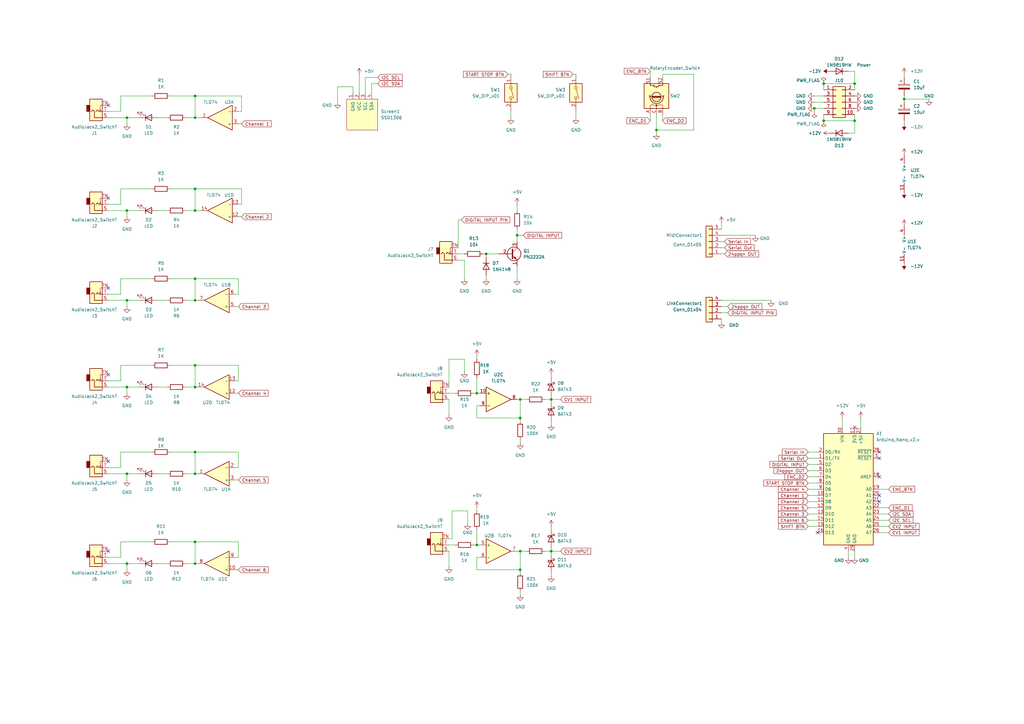
<source format=kicad_sch>
(kicad_sch (version 20230121) (generator eeschema)

  (uuid 939d1fca-3f2c-4183-926a-9b89a029d9a7)

  (paper "A3")

  (title_block
    (title "Gravity")
    (rev "4")
    (company "Sitka Instruments")
  )

  

  (junction (at 80.01 222.25) (diameter 0) (color 0 0 0 0)
    (uuid 01bbb586-ef8d-4ddf-8c80-74340115f8c2)
  )
  (junction (at 212.09 96.52) (diameter 0) (color 0 0 0 0)
    (uuid 0fe7b52a-5ab0-49af-9df5-605727fd9629)
  )
  (junction (at 80.01 231.14) (diameter 0) (color 0 0 0 0)
    (uuid 1aacebef-7166-44ac-ba9d-f4319bb8c2a1)
  )
  (junction (at 80.01 77.47) (diameter 0) (color 0 0 0 0)
    (uuid 1adea9cc-1a6f-43d0-a0c7-f15f9d142402)
  )
  (junction (at 226.06 163.83) (diameter 0) (color 0 0 0 0)
    (uuid 20ecb220-e95f-4871-989a-3aa80d4eef17)
  )
  (junction (at 80.01 149.86) (diameter 0) (color 0 0 0 0)
    (uuid 2d704435-2b61-45b7-b201-2bf6d837c7d3)
  )
  (junction (at 213.36 163.83) (diameter 0) (color 0 0 0 0)
    (uuid 2df7e01f-7c6c-4312-9ff7-ac020e968ee9)
  )
  (junction (at 52.07 48.26) (diameter 0) (color 0 0 0 0)
    (uuid 2f1a07b6-ad76-4a06-853c-dab3ee2850f6)
  )
  (junction (at 199.39 104.14) (diameter 0) (color 0 0 0 0)
    (uuid 3ec454cb-d195-43e0-940e-5dcf3cd11230)
  )
  (junction (at 52.07 194.31) (diameter 0) (color 0 0 0 0)
    (uuid 4c3b6af8-76f0-45ef-8c3f-9df4284c0206)
  )
  (junction (at 213.36 233.68) (diameter 0) (color 0 0 0 0)
    (uuid 4ef302ba-3fb8-473b-9960-3d952a8700dc)
  )
  (junction (at 80.01 158.75) (diameter 0) (color 0 0 0 0)
    (uuid 4fad6dae-d502-4839-af03-741c666aa89e)
  )
  (junction (at 195.58 223.52) (diameter 0) (color 0 0 0 0)
    (uuid 65dfde2f-bec6-446d-be6a-c5bad6fe7084)
  )
  (junction (at 52.07 158.75) (diameter 0) (color 0 0 0 0)
    (uuid 6f8c3b1c-3a38-4d86-9bc2-ad6939358a54)
  )
  (junction (at 80.01 114.3) (diameter 0) (color 0 0 0 0)
    (uuid 7247c85d-9109-4f74-a5f8-073a13ad9b00)
  )
  (junction (at 52.07 231.14) (diameter 0) (color 0 0 0 0)
    (uuid 7831fb5e-123a-46df-a455-7a9508dbe5ab)
  )
  (junction (at 80.01 185.42) (diameter 0) (color 0 0 0 0)
    (uuid 7ce994f6-9837-42f6-8f0e-a33b87846a85)
  )
  (junction (at 334.01 44.45) (diameter 0) (color 0 0 0 0)
    (uuid 80a0f295-48e1-4569-8d26-3102546e0255)
  )
  (junction (at 350.52 34.29) (diameter 0) (color 0 0 0 0)
    (uuid 80b03588-aa23-476a-9d12-a060ede2aafe)
  )
  (junction (at 80.01 86.36) (diameter 0) (color 0 0 0 0)
    (uuid 87e1f6f2-4291-4a56-a6c6-5e0e8fe5a1fb)
  )
  (junction (at 80.01 39.37) (diameter 0) (color 0 0 0 0)
    (uuid 9e2c980a-19bd-4dcd-85f5-d80d62e3f8cf)
  )
  (junction (at 52.07 86.36) (diameter 0) (color 0 0 0 0)
    (uuid a5a39816-f1ee-4ab9-8314-e277f66dbe27)
  )
  (junction (at 80.01 48.26) (diameter 0) (color 0 0 0 0)
    (uuid b23f1ea8-6677-4ea6-a94b-85b8eb53b8d8)
  )
  (junction (at 80.01 123.19) (diameter 0) (color 0 0 0 0)
    (uuid b902f786-0e2c-4183-b096-7f344f5749b2)
  )
  (junction (at 337.82 34.29) (diameter 0) (color 0 0 0 0)
    (uuid b919c27a-f637-48d6-8184-7ceb19a616c3)
  )
  (junction (at 350.52 49.53) (diameter 0) (color 0 0 0 0)
    (uuid bdb4e82f-deca-4494-9511-3af4e2c5e381)
  )
  (junction (at 195.58 161.29) (diameter 0) (color 0 0 0 0)
    (uuid cd01be16-25f8-409f-95b1-b355a2382b57)
  )
  (junction (at 80.01 194.31) (diameter 0) (color 0 0 0 0)
    (uuid d046d289-4c5a-4d32-950f-33f865de2574)
  )
  (junction (at 337.82 49.53) (diameter 0) (color 0 0 0 0)
    (uuid d3b1a6e1-ba88-4969-a859-28bf08cd9cc9)
  )
  (junction (at 213.36 226.06) (diameter 0) (color 0 0 0 0)
    (uuid d56a31ed-ec5a-4724-b044-fd56627a92e8)
  )
  (junction (at 52.07 123.19) (diameter 0) (color 0 0 0 0)
    (uuid dca585e3-e89d-40ba-8154-042e0bc6a9a6)
  )
  (junction (at 370.84 40.64) (diameter 0) (color 0 0 0 0)
    (uuid e8605e95-0637-41f0-a19c-e385856bb70d)
  )
  (junction (at 213.36 171.45) (diameter 0) (color 0 0 0 0)
    (uuid ec6161ff-f736-4426-a4cf-6258043462ab)
  )
  (junction (at 226.06 226.06) (diameter 0) (color 0 0 0 0)
    (uuid f2a0cb2a-8c72-467c-9ca7-c53da25df665)
  )
  (junction (at 269.24 53.34) (diameter 0) (color 0 0 0 0)
    (uuid fd1e9dbf-7bbb-42f0-a50d-c2c89c626c2d)
  )

  (no_connect (at 44.45 153.67) (uuid 0d5627fb-5697-4efc-a260-d96ecb9f93c3))
  (no_connect (at 360.68 185.42) (uuid 27dea4c6-c043-451d-b6c6-fc3d416a6f51))
  (no_connect (at 44.45 226.06) (uuid 3b8ad362-c359-4165-91ec-aadffcf3d978))
  (no_connect (at 360.68 187.96) (uuid 4dea39fc-bb12-4db7-8438-3469730bc7e8))
  (no_connect (at 335.28 218.44) (uuid 5be04ac6-43c5-4261-953a-dd12f2531b6f))
  (no_connect (at 360.68 195.58) (uuid 609e719e-33ca-4634-b65e-d90f2c75c119))
  (no_connect (at 44.45 189.23) (uuid 7a2da178-df57-453c-8a4a-28fcdc2f3c50))
  (no_connect (at 44.45 118.11) (uuid 8484e074-dbbf-4a1a-831d-0024b24e16ee))
  (no_connect (at 360.68 205.74) (uuid 89eab1dc-771e-440a-a558-42d123c04925))
  (no_connect (at 44.45 81.28) (uuid 8c00c48a-3885-4e94-a56e-75fdd48c8ac2))
  (no_connect (at 350.52 175.26) (uuid bab23eb2-2de9-4101-8518-b1550e4ed0ff))
  (no_connect (at 360.68 203.2) (uuid bc5d432a-9a40-4a38-8a20-d7136d6a72cd))
  (no_connect (at 44.45 43.18) (uuid caea21cf-ff3a-459d-ae29-45e99bc93b79))

  (wire (pts (xy 284.48 30.48) (xy 284.48 53.34))
    (stroke (width 0) (type default))
    (uuid 00888669-526f-4afc-bbd6-43e3940c23c9)
  )
  (wire (pts (xy 149.86 31.75) (xy 149.86 38.1))
    (stroke (width 0) (type default))
    (uuid 02f7a7c9-330b-4799-8e3c-3005ca5a2490)
  )
  (wire (pts (xy 331.47 187.96) (xy 335.28 187.96))
    (stroke (width 0) (type default))
    (uuid 04548b77-d823-4c1b-9c27-c6ce43c98aa3)
  )
  (wire (pts (xy 331.47 198.12) (xy 335.28 198.12))
    (stroke (width 0) (type default))
    (uuid 05b9f1d0-5ff4-4d57-8802-0d2c4eb21316)
  )
  (wire (pts (xy 198.12 104.14) (xy 199.39 104.14))
    (stroke (width 0) (type default))
    (uuid 068165ec-6c11-4c02-8e0b-ccfe566a7650)
  )
  (wire (pts (xy 96.52 196.85) (xy 97.79 196.85))
    (stroke (width 0) (type default))
    (uuid 0875d199-3a61-4f17-843a-f75a66a4050e)
  )
  (wire (pts (xy 49.53 83.82) (xy 49.53 77.47))
    (stroke (width 0) (type default))
    (uuid 0a2211b4-91f5-4459-8d97-5e8e188af34c)
  )
  (wire (pts (xy 295.91 96.52) (xy 309.88 96.52))
    (stroke (width 0) (type default))
    (uuid 0b35a84f-4365-46f0-acbe-9e74b72183f4)
  )
  (wire (pts (xy 226.06 153.67) (xy 226.06 154.94))
    (stroke (width 0) (type default))
    (uuid 0b45849a-34c3-4799-bb24-89e0ee4d5d11)
  )
  (wire (pts (xy 212.09 163.83) (xy 213.36 163.83))
    (stroke (width 0) (type default))
    (uuid 0cd5af5c-78df-4bca-b70f-bd8e8f13e667)
  )
  (wire (pts (xy 331.47 185.42) (xy 335.28 185.42))
    (stroke (width 0) (type default))
    (uuid 0e1ac309-c3ad-4ab1-a03b-2dd118f6d87a)
  )
  (wire (pts (xy 212.09 96.52) (xy 212.09 99.06))
    (stroke (width 0) (type default))
    (uuid 0e6c4c43-1c36-439e-a778-2631ebda15e9)
  )
  (wire (pts (xy 64.77 194.31) (xy 68.58 194.31))
    (stroke (width 0) (type default))
    (uuid 0ea24428-0de9-41d4-b673-d16d645ec740)
  )
  (wire (pts (xy 187.96 104.14) (xy 190.5 104.14))
    (stroke (width 0) (type default))
    (uuid 0fde4400-cc90-4e37-aff0-a829c3566030)
  )
  (wire (pts (xy 370.84 39.37) (xy 370.84 40.64))
    (stroke (width 0) (type default))
    (uuid 10048850-4277-4da4-9149-45e2a0417c49)
  )
  (wire (pts (xy 226.06 226.06) (xy 226.06 227.33))
    (stroke (width 0) (type default))
    (uuid 10722ce5-f8a5-4eca-b191-f5ea1254bb30)
  )
  (wire (pts (xy 271.78 30.48) (xy 284.48 30.48))
    (stroke (width 0) (type default))
    (uuid 12553f91-cba2-4ab1-b10c-9a2c101efbcb)
  )
  (wire (pts (xy 44.45 48.26) (xy 52.07 48.26))
    (stroke (width 0) (type default))
    (uuid 1696b3ef-3157-4d71-9b48-209593675872)
  )
  (wire (pts (xy 52.07 48.26) (xy 57.15 48.26))
    (stroke (width 0) (type default))
    (uuid 18993a8a-ca5d-407f-848b-defb203a9189)
  )
  (wire (pts (xy 212.09 109.22) (xy 212.09 114.3))
    (stroke (width 0) (type default))
    (uuid 18ae432e-29c1-4f82-b5de-08351e122d6b)
  )
  (wire (pts (xy 44.45 123.19) (xy 52.07 123.19))
    (stroke (width 0) (type default))
    (uuid 1ab20642-1f70-4b02-85c3-d07b70dfa09f)
  )
  (wire (pts (xy 215.9 226.06) (xy 213.36 226.06))
    (stroke (width 0) (type default))
    (uuid 1b09d72d-a60a-404a-8eff-af5928779ca3)
  )
  (wire (pts (xy 350.52 54.61) (xy 350.52 49.53))
    (stroke (width 0) (type default))
    (uuid 1f9896e6-b5ae-4280-b574-867cc1543442)
  )
  (wire (pts (xy 195.58 166.37) (xy 196.85 166.37))
    (stroke (width 0) (type default))
    (uuid 218936c9-fd88-46f3-812f-021cc4e7e95d)
  )
  (wire (pts (xy 97.79 156.21) (xy 97.79 149.86))
    (stroke (width 0) (type default))
    (uuid 22b67607-fd33-40bf-9953-aaeb2cc3bff3)
  )
  (wire (pts (xy 80.01 77.47) (xy 80.01 86.36))
    (stroke (width 0) (type default))
    (uuid 22ec07c6-1814-4bcc-81fe-8b2a319721d4)
  )
  (wire (pts (xy 184.15 163.83) (xy 184.15 170.18))
    (stroke (width 0) (type default))
    (uuid 232f38ec-21ea-4a47-91ea-c85a04889396)
  )
  (wire (pts (xy 266.7 31.75) (xy 266.7 29.21))
    (stroke (width 0) (type default))
    (uuid 23cdf0c9-4c44-4333-ad84-40cf9337ba38)
  )
  (wire (pts (xy 331.47 193.04) (xy 335.28 193.04))
    (stroke (width 0) (type default))
    (uuid 23dac4f0-812d-4677-88fa-5bdcd3979384)
  )
  (wire (pts (xy 49.53 191.77) (xy 49.53 185.42))
    (stroke (width 0) (type default))
    (uuid 2450b13d-1b2c-42e2-9f3c-022c8d283799)
  )
  (wire (pts (xy 144.78 35.56) (xy 144.78 38.1))
    (stroke (width 0) (type default))
    (uuid 24898c03-0432-4355-9022-1dd4a494db3b)
  )
  (wire (pts (xy 49.53 228.6) (xy 49.53 222.25))
    (stroke (width 0) (type default))
    (uuid 24a77f75-c600-45cb-bf5f-afea87ea647c)
  )
  (wire (pts (xy 187.96 101.6) (xy 187.96 90.17))
    (stroke (width 0) (type default))
    (uuid 26033f5d-c203-46a8-8cbf-60ae85a27a09)
  )
  (wire (pts (xy 154.94 31.75) (xy 149.86 31.75))
    (stroke (width 0) (type default))
    (uuid 2687bf03-ffc2-4d48-aa6f-1aef93caa657)
  )
  (wire (pts (xy 226.06 163.83) (xy 226.06 165.1))
    (stroke (width 0) (type default))
    (uuid 2708cad2-c1d4-431c-a491-069abb353cb1)
  )
  (wire (pts (xy 64.77 158.75) (xy 68.58 158.75))
    (stroke (width 0) (type default))
    (uuid 275de223-e55c-4595-954a-6b567572e319)
  )
  (wire (pts (xy 49.53 222.25) (xy 62.23 222.25))
    (stroke (width 0) (type default))
    (uuid 282549b8-debb-4192-8eb7-5e1fc199c3b2)
  )
  (wire (pts (xy 266.7 49.53) (xy 266.7 46.99))
    (stroke (width 0) (type default))
    (uuid 292448f2-9878-48b7-bdaa-bba1bdc524e1)
  )
  (wire (pts (xy 213.36 172.72) (xy 213.36 171.45))
    (stroke (width 0) (type default))
    (uuid 29f12c71-1e39-46c9-8468-57b050e8c4e3)
  )
  (wire (pts (xy 370.84 40.64) (xy 370.84 41.91))
    (stroke (width 0) (type default))
    (uuid 2bf77205-7bd4-4b19-92a5-403df8997ca4)
  )
  (wire (pts (xy 52.07 86.36) (xy 52.07 88.9))
    (stroke (width 0) (type default))
    (uuid 2d2c567f-990e-43de-a45e-07dcf3d574df)
  )
  (wire (pts (xy 96.52 161.29) (xy 97.79 161.29))
    (stroke (width 0) (type default))
    (uuid 303bccf3-2d61-4c16-987a-64577855d3bb)
  )
  (wire (pts (xy 49.53 45.72) (xy 49.53 39.37))
    (stroke (width 0) (type default))
    (uuid 325ad235-d39c-4894-9060-669ec65da8cf)
  )
  (wire (pts (xy 212.09 83.82) (xy 212.09 86.36))
    (stroke (width 0) (type default))
    (uuid 335e260c-544e-4446-b9b4-df9e8330f67c)
  )
  (wire (pts (xy 353.06 171.45) (xy 353.06 175.26))
    (stroke (width 0) (type default))
    (uuid 335feb20-1fb8-4c80-a47e-65aa81fbef83)
  )
  (wire (pts (xy 331.47 210.82) (xy 335.28 210.82))
    (stroke (width 0) (type default))
    (uuid 33a36406-7342-4e89-9638-dd13fc9c9e59)
  )
  (wire (pts (xy 80.01 185.42) (xy 97.79 185.42))
    (stroke (width 0) (type default))
    (uuid 33d6f89f-8648-43ab-8211-808a5c2a1de9)
  )
  (wire (pts (xy 44.45 191.77) (xy 49.53 191.77))
    (stroke (width 0) (type default))
    (uuid 349d1b17-3ca5-4310-8603-bfcac15d9779)
  )
  (wire (pts (xy 44.45 231.14) (xy 52.07 231.14))
    (stroke (width 0) (type default))
    (uuid 35a4bcdd-c017-440b-9dad-75ec8aa47970)
  )
  (wire (pts (xy 295.91 123.19) (xy 316.23 123.19))
    (stroke (width 0) (type default))
    (uuid 364747eb-5593-475f-b7b7-b83fb3965ea6)
  )
  (wire (pts (xy 69.85 39.37) (xy 80.01 39.37))
    (stroke (width 0) (type default))
    (uuid 379f1c28-4a76-4353-90b3-8c03b9cc7732)
  )
  (wire (pts (xy 209.55 30.48) (xy 208.28 30.48))
    (stroke (width 0) (type default))
    (uuid 38f018c4-6a5e-41fd-be32-9f1782112fb1)
  )
  (wire (pts (xy 184.15 161.29) (xy 186.69 161.29))
    (stroke (width 0) (type default))
    (uuid 3b6a8b02-3ae7-4eaa-b590-43c6b96299ee)
  )
  (wire (pts (xy 64.77 48.26) (xy 68.58 48.26))
    (stroke (width 0) (type default))
    (uuid 3d377ce1-a2c5-4d14-9f02-94478caf1282)
  )
  (wire (pts (xy 97.79 45.72) (xy 99.06 45.72))
    (stroke (width 0) (type default))
    (uuid 3e571a02-03e0-4598-a609-e9c7e7a95ec4)
  )
  (wire (pts (xy 213.36 226.06) (xy 213.36 233.68))
    (stroke (width 0) (type default))
    (uuid 41592a34-b5e0-498e-b3d9-5e683e74e400)
  )
  (wire (pts (xy 226.06 163.83) (xy 229.87 163.83))
    (stroke (width 0) (type default))
    (uuid 415f6a2a-0819-4a32-a17d-06a0e8a58036)
  )
  (wire (pts (xy 80.01 86.36) (xy 82.55 86.36))
    (stroke (width 0) (type default))
    (uuid 418e2033-9beb-4dc9-852d-fdebff37f6e4)
  )
  (wire (pts (xy 370.84 30.48) (xy 370.84 31.75))
    (stroke (width 0) (type default))
    (uuid 4311a415-97b2-43f6-a81d-718e51e1b859)
  )
  (wire (pts (xy 191.77 209.55) (xy 191.77 214.63))
    (stroke (width 0) (type default))
    (uuid 4387f603-b8cb-49f8-9cf0-e883ca84f431)
  )
  (wire (pts (xy 184.15 147.32) (xy 190.5 147.32))
    (stroke (width 0) (type default))
    (uuid 442c3d44-985a-41cf-a427-d1e2cd1a65ee)
  )
  (wire (pts (xy 195.58 233.68) (xy 213.36 233.68))
    (stroke (width 0) (type default))
    (uuid 44fdae99-fabc-42c3-b71e-03120ee479ee)
  )
  (wire (pts (xy 226.06 172.72) (xy 226.06 173.99))
    (stroke (width 0) (type default))
    (uuid 459710f6-4d7d-40be-9b04-5e9a368b8c00)
  )
  (wire (pts (xy 271.78 31.75) (xy 271.78 30.48))
    (stroke (width 0) (type default))
    (uuid 46b304df-4180-4984-9e5d-83e10dcadff4)
  )
  (wire (pts (xy 195.58 161.29) (xy 196.85 161.29))
    (stroke (width 0) (type default))
    (uuid 474a3f9d-2b64-4966-9c5e-ee995dbcc11f)
  )
  (wire (pts (xy 96.52 233.68) (xy 97.79 233.68))
    (stroke (width 0) (type default))
    (uuid 4754b732-0a33-494b-90b0-fee8412301df)
  )
  (wire (pts (xy 96.52 125.73) (xy 97.79 125.73))
    (stroke (width 0) (type default))
    (uuid 47a4e244-780e-48eb-b41d-1640d66c0fcd)
  )
  (wire (pts (xy 194.31 161.29) (xy 195.58 161.29))
    (stroke (width 0) (type default))
    (uuid 47ac72d4-bd27-4447-b979-99a8986e623d)
  )
  (wire (pts (xy 226.06 224.79) (xy 226.06 226.06))
    (stroke (width 0) (type default))
    (uuid 47e72c91-7c9f-4a84-84d0-c6e4a5768ed8)
  )
  (wire (pts (xy 236.22 48.26) (xy 236.22 45.72))
    (stroke (width 0) (type default))
    (uuid 4818a8d1-75bc-44f4-b9ed-2be325375416)
  )
  (wire (pts (xy 215.9 163.83) (xy 213.36 163.83))
    (stroke (width 0) (type default))
    (uuid 49cde530-ddc1-4f14-9b13-8d9a2ca10c3a)
  )
  (wire (pts (xy 195.58 228.6) (xy 195.58 233.68))
    (stroke (width 0) (type default))
    (uuid 4b70d7be-d0b4-4935-b09f-3578133ba481)
  )
  (wire (pts (xy 52.07 86.36) (xy 57.15 86.36))
    (stroke (width 0) (type default))
    (uuid 4c0b437f-8a01-477d-a6f9-7ec7ce2dc466)
  )
  (wire (pts (xy 49.53 114.3) (xy 62.23 114.3))
    (stroke (width 0) (type default))
    (uuid 4d557d7f-7719-4f80-94ac-5531db91c5c7)
  )
  (wire (pts (xy 350.52 226.06) (xy 350.52 228.6))
    (stroke (width 0) (type default))
    (uuid 4d5adbc3-357f-4a75-9468-e5a15ab291e3)
  )
  (wire (pts (xy 97.79 120.65) (xy 97.79 114.3))
    (stroke (width 0) (type default))
    (uuid 4e0a158e-f62e-4ad0-b943-3eaefad92067)
  )
  (wire (pts (xy 64.77 86.36) (xy 68.58 86.36))
    (stroke (width 0) (type default))
    (uuid 50855149-12eb-4a2e-a48d-3bc78970e17d)
  )
  (wire (pts (xy 96.52 120.65) (xy 97.79 120.65))
    (stroke (width 0) (type default))
    (uuid 54f4dac5-21cb-4ccc-b34e-bca1afba31d2)
  )
  (wire (pts (xy 97.79 114.3) (xy 80.01 114.3))
    (stroke (width 0) (type default))
    (uuid 55051037-8b31-44b9-8e01-8ae5d0b6424d)
  )
  (wire (pts (xy 44.45 83.82) (xy 49.53 83.82))
    (stroke (width 0) (type default))
    (uuid 559ecdd5-7157-4b6e-8365-c80a48a2639c)
  )
  (wire (pts (xy 44.45 120.65) (xy 49.53 120.65))
    (stroke (width 0) (type default))
    (uuid 55c0478d-8080-4c1d-8604-65a2d25999fa)
  )
  (wire (pts (xy 226.06 215.9) (xy 226.06 217.17))
    (stroke (width 0) (type default))
    (uuid 55f39ab8-c72e-42c1-a690-a397d34d1bc8)
  )
  (wire (pts (xy 147.32 30.48) (xy 147.32 38.1))
    (stroke (width 0) (type default))
    (uuid 578b6235-424f-4ef7-a13a-2eb828fdff70)
  )
  (wire (pts (xy 184.15 147.32) (xy 184.15 158.75))
    (stroke (width 0) (type default))
    (uuid 58757ab2-8f80-4f7c-a8b4-97a80dad1ac7)
  )
  (wire (pts (xy 185.42 209.55) (xy 185.42 220.98))
    (stroke (width 0) (type default))
    (uuid 58ba1ced-f51f-4254-a128-9886675a629c)
  )
  (wire (pts (xy 331.47 205.74) (xy 335.28 205.74))
    (stroke (width 0) (type default))
    (uuid 5a722d22-4ecd-49dd-bcb0-518e553ae30d)
  )
  (wire (pts (xy 350.52 29.21) (xy 350.52 34.29))
    (stroke (width 0) (type default))
    (uuid 5c09703f-6c76-495d-9a58-e2ebc9242342)
  )
  (wire (pts (xy 49.53 149.86) (xy 62.23 149.86))
    (stroke (width 0) (type default))
    (uuid 5c400b46-2fcf-4458-9699-ae37dd26bccb)
  )
  (wire (pts (xy 80.01 149.86) (xy 80.01 158.75))
    (stroke (width 0) (type default))
    (uuid 5cd6e5fe-4b18-46d6-a3d1-e3ffde24589e)
  )
  (wire (pts (xy 350.52 46.99) (xy 350.52 49.53))
    (stroke (width 0) (type default))
    (uuid 5d5ced92-faf8-444e-981f-4e4ff49b98e7)
  )
  (wire (pts (xy 52.07 48.26) (xy 52.07 50.8))
    (stroke (width 0) (type default))
    (uuid 5d93f799-90b6-4c25-98c8-cc4dbc3b1bc0)
  )
  (wire (pts (xy 99.06 83.82) (xy 99.06 77.47))
    (stroke (width 0) (type default))
    (uuid 5ec7b1d8-8446-4919-a38c-76210caa1873)
  )
  (wire (pts (xy 226.06 234.95) (xy 226.06 236.22))
    (stroke (width 0) (type default))
    (uuid 5f035f85-8c2e-4853-b183-6abac5e2be10)
  )
  (wire (pts (xy 298.45 125.73) (xy 295.91 125.73))
    (stroke (width 0) (type default))
    (uuid 6046e892-0ebb-40bb-b5b7-44ac8604d4a2)
  )
  (wire (pts (xy 190.5 147.32) (xy 190.5 152.4))
    (stroke (width 0) (type default))
    (uuid 61b30485-195b-4bad-8840-2b6a72961f80)
  )
  (wire (pts (xy 199.39 113.03) (xy 199.39 114.3))
    (stroke (width 0) (type default))
    (uuid 629a7aa1-4019-458a-8b5d-0abf66ce0257)
  )
  (wire (pts (xy 44.45 194.31) (xy 52.07 194.31))
    (stroke (width 0) (type default))
    (uuid 65958d22-4303-48dd-9fde-306753b42789)
  )
  (wire (pts (xy 52.07 158.75) (xy 52.07 161.29))
    (stroke (width 0) (type default))
    (uuid 662ccf0e-d1d5-4050-8293-3daf044ab08c)
  )
  (wire (pts (xy 295.91 101.6) (xy 297.18 101.6))
    (stroke (width 0) (type default))
    (uuid 662d7171-9f08-4d00-88ad-4538b833c958)
  )
  (wire (pts (xy 334.01 44.45) (xy 337.82 44.45))
    (stroke (width 0) (type default))
    (uuid 686830dd-5bd4-421c-97b1-cd04ec112e6f)
  )
  (wire (pts (xy 213.36 181.61) (xy 213.36 180.34))
    (stroke (width 0) (type default))
    (uuid 69069406-1963-4170-8560-8104e7e045d7)
  )
  (wire (pts (xy 195.58 154.94) (xy 195.58 161.29))
    (stroke (width 0) (type default))
    (uuid 6da6842f-2388-4f5f-9ee2-76bb34632c1b)
  )
  (wire (pts (xy 80.01 39.37) (xy 99.06 39.37))
    (stroke (width 0) (type default))
    (uuid 6ef03535-d0d2-4117-ba8a-13b15d291146)
  )
  (wire (pts (xy 52.07 231.14) (xy 57.15 231.14))
    (stroke (width 0) (type default))
    (uuid 72a11c15-bc2e-4e4e-b064-0530d656a4f2)
  )
  (wire (pts (xy 152.4 34.29) (xy 152.4 38.1))
    (stroke (width 0) (type default))
    (uuid 72d28e7a-0912-41d1-8bf0-5186c787f495)
  )
  (wire (pts (xy 44.45 156.21) (xy 49.53 156.21))
    (stroke (width 0) (type default))
    (uuid 7454f9be-a252-4e64-8cb6-659f28a46b4e)
  )
  (wire (pts (xy 223.52 226.06) (xy 226.06 226.06))
    (stroke (width 0) (type default))
    (uuid 746457c5-4533-496b-b839-879422eb2f82)
  )
  (wire (pts (xy 298.45 128.27) (xy 295.91 128.27))
    (stroke (width 0) (type default))
    (uuid 747429ad-a079-4ab8-b09c-691c80d1e082)
  )
  (wire (pts (xy 96.52 191.77) (xy 97.79 191.77))
    (stroke (width 0) (type default))
    (uuid 774fcb45-a172-4233-8e81-6712f4651e80)
  )
  (wire (pts (xy 187.96 90.17) (xy 189.23 90.17))
    (stroke (width 0) (type default))
    (uuid 77c4f8a3-f358-4bf0-adca-923c93eec873)
  )
  (wire (pts (xy 331.47 195.58) (xy 335.28 195.58))
    (stroke (width 0) (type default))
    (uuid 78087d34-36cd-40f9-8df6-88f39a8e923c)
  )
  (wire (pts (xy 97.79 228.6) (xy 97.79 222.25))
    (stroke (width 0) (type default))
    (uuid 78e786de-043d-4f36-a95b-827ecfd3a860)
  )
  (wire (pts (xy 190.5 106.68) (xy 190.5 114.3))
    (stroke (width 0) (type default))
    (uuid 7bd72df4-68a1-4663-8001-035714ea1d46)
  )
  (wire (pts (xy 195.58 166.37) (xy 195.58 171.45))
    (stroke (width 0) (type default))
    (uuid 7d009995-14e6-4e3a-a6bf-75ca9be73436)
  )
  (wire (pts (xy 360.68 208.28) (xy 364.49 208.28))
    (stroke (width 0) (type default))
    (uuid 7dd53853-47b4-4ad4-b60a-12406caceae9)
  )
  (wire (pts (xy 97.79 83.82) (xy 99.06 83.82))
    (stroke (width 0) (type default))
    (uuid 7eb86270-8e46-4c86-aca0-01cd356252d4)
  )
  (wire (pts (xy 44.45 45.72) (xy 49.53 45.72))
    (stroke (width 0) (type default))
    (uuid 7f1a47e9-e606-4559-b3a6-98d8056eafbb)
  )
  (wire (pts (xy 80.01 77.47) (xy 99.06 77.47))
    (stroke (width 0) (type default))
    (uuid 8087cf9e-a59e-49ee-959e-1547ad310f68)
  )
  (wire (pts (xy 269.24 46.99) (xy 269.24 53.34))
    (stroke (width 0) (type default))
    (uuid 8209c98c-ad4a-4de7-8d4d-31929f244f93)
  )
  (wire (pts (xy 138.43 41.91) (xy 138.43 35.56))
    (stroke (width 0) (type default))
    (uuid 84628db2-78f4-455d-935c-669b74635348)
  )
  (wire (pts (xy 80.01 158.75) (xy 76.2 158.75))
    (stroke (width 0) (type default))
    (uuid 84cd1643-db67-46fc-bdb3-0f8472565395)
  )
  (wire (pts (xy 295.91 99.06) (xy 297.18 99.06))
    (stroke (width 0) (type default))
    (uuid 84cda9bd-a619-4821-8e1d-9c59f47819f2)
  )
  (wire (pts (xy 331.47 200.66) (xy 335.28 200.66))
    (stroke (width 0) (type default))
    (uuid 8676e459-7c2d-4c62-b756-5dbad9971ef4)
  )
  (wire (pts (xy 96.52 228.6) (xy 97.79 228.6))
    (stroke (width 0) (type default))
    (uuid 895a16fe-6a85-40c1-a068-c6c5069be327)
  )
  (wire (pts (xy 212.09 96.52) (xy 214.63 96.52))
    (stroke (width 0) (type default))
    (uuid 8a527247-4e86-49ac-96b2-0b9ba94da524)
  )
  (wire (pts (xy 76.2 86.36) (xy 80.01 86.36))
    (stroke (width 0) (type default))
    (uuid 8bd5fd7f-cf6e-425c-b9d6-3c826368fb4d)
  )
  (wire (pts (xy 213.36 163.83) (xy 213.36 171.45))
    (stroke (width 0) (type default))
    (uuid 8db87abd-78a8-4707-b998-35d91c31dc52)
  )
  (wire (pts (xy 184.15 220.98) (xy 185.42 220.98))
    (stroke (width 0) (type default))
    (uuid 91d35dc0-b91a-4231-a2a4-e58d0e7f4232)
  )
  (wire (pts (xy 96.52 156.21) (xy 97.79 156.21))
    (stroke (width 0) (type default))
    (uuid 92ae353c-97f4-4c4d-9398-e91db030f4a8)
  )
  (wire (pts (xy 195.58 146.05) (xy 195.58 147.32))
    (stroke (width 0) (type default))
    (uuid 92dcd119-522b-416d-afb9-fe804b794444)
  )
  (wire (pts (xy 52.07 194.31) (xy 52.07 196.85))
    (stroke (width 0) (type default))
    (uuid 9411389b-89e4-4fd9-b197-1fd897880c74)
  )
  (wire (pts (xy 199.39 104.14) (xy 199.39 105.41))
    (stroke (width 0) (type default))
    (uuid 97d4dc22-cea2-4f31-ab47-48954521c9ea)
  )
  (wire (pts (xy 209.55 48.26) (xy 209.55 45.72))
    (stroke (width 0) (type default))
    (uuid 982c0a71-fbd6-4ace-8adb-04279f3ab267)
  )
  (wire (pts (xy 360.68 213.36) (xy 364.49 213.36))
    (stroke (width 0) (type default))
    (uuid 998fda77-4469-4506-86ca-bb382e8ee04b)
  )
  (wire (pts (xy 52.07 194.31) (xy 57.15 194.31))
    (stroke (width 0) (type default))
    (uuid 9b42f2d5-ac7c-41cd-8133-c33ded91e5a9)
  )
  (wire (pts (xy 80.01 149.86) (xy 97.79 149.86))
    (stroke (width 0) (type default))
    (uuid 9e5805ba-ef35-49a1-8625-91fc1a2d8c02)
  )
  (wire (pts (xy 195.58 208.28) (xy 195.58 209.55))
    (stroke (width 0) (type default))
    (uuid 9ec202d2-54e7-4767-8d5f-5508e7b44543)
  )
  (wire (pts (xy 331.47 208.28) (xy 335.28 208.28))
    (stroke (width 0) (type default))
    (uuid a11b243c-b8ac-4b51-920a-c19dc41aec03)
  )
  (wire (pts (xy 337.82 36.83) (xy 337.82 34.29))
    (stroke (width 0) (type default))
    (uuid a32d7af7-caa5-4fcd-b940-60312a23b93a)
  )
  (wire (pts (xy 80.01 123.19) (xy 81.28 123.19))
    (stroke (width 0) (type default))
    (uuid a384fadc-a10d-479f-94d2-2a5b2d1d7039)
  )
  (wire (pts (xy 347.98 54.61) (xy 350.52 54.61))
    (stroke (width 0) (type default))
    (uuid a3ae5fe0-aa32-4413-85be-83d64b712b8c)
  )
  (wire (pts (xy 187.96 106.68) (xy 190.5 106.68))
    (stroke (width 0) (type default))
    (uuid a419472a-c519-42af-a7a7-8d55731ad33e)
  )
  (wire (pts (xy 331.47 190.5) (xy 335.28 190.5))
    (stroke (width 0) (type default))
    (uuid a437b42a-de25-44ea-bd82-78ea4050bd94)
  )
  (wire (pts (xy 236.22 30.48) (xy 234.95 30.48))
    (stroke (width 0) (type default))
    (uuid a49154d7-98cd-42dc-b035-8363e6ed42ef)
  )
  (wire (pts (xy 271.78 49.53) (xy 271.78 46.99))
    (stroke (width 0) (type default))
    (uuid a4f3d41a-af65-423d-b75c-3a4dfb401018)
  )
  (wire (pts (xy 80.01 222.25) (xy 97.79 222.25))
    (stroke (width 0) (type default))
    (uuid a570fd45-915c-413d-8511-67112ddbfb1b)
  )
  (wire (pts (xy 49.53 39.37) (xy 62.23 39.37))
    (stroke (width 0) (type default))
    (uuid a60d0abd-cac5-40ce-8146-e36e1abaeddf)
  )
  (wire (pts (xy 184.15 223.52) (xy 186.69 223.52))
    (stroke (width 0) (type default))
    (uuid a6821adb-6787-40f0-882c-45474cd6d035)
  )
  (wire (pts (xy 49.53 156.21) (xy 49.53 149.86))
    (stroke (width 0) (type default))
    (uuid a6f31cf3-8dc0-4e1e-a3a6-c76df8c6e2cb)
  )
  (wire (pts (xy 44.45 86.36) (xy 52.07 86.36))
    (stroke (width 0) (type default))
    (uuid a80042cf-f0d4-4045-bfe4-04f7525272ec)
  )
  (wire (pts (xy 80.01 194.31) (xy 76.2 194.31))
    (stroke (width 0) (type default))
    (uuid a8514681-196b-44d0-b279-cbd6f9496f12)
  )
  (wire (pts (xy 269.24 54.61) (xy 269.24 53.34))
    (stroke (width 0) (type default))
    (uuid a88aa39c-ab01-48f4-b52c-72379da3c07b)
  )
  (wire (pts (xy 64.77 123.19) (xy 68.58 123.19))
    (stroke (width 0) (type default))
    (uuid ab21b72a-c65b-436b-a024-420f0e1bd5fb)
  )
  (wire (pts (xy 269.24 53.34) (xy 284.48 53.34))
    (stroke (width 0) (type default))
    (uuid ab393c6b-5fda-4897-ae5b-77fc0d49af67)
  )
  (wire (pts (xy 52.07 123.19) (xy 57.15 123.19))
    (stroke (width 0) (type default))
    (uuid ac927798-764a-470d-8e32-ab188c3be9d9)
  )
  (wire (pts (xy 199.39 104.14) (xy 204.47 104.14))
    (stroke (width 0) (type default))
    (uuid acb04d4a-6e28-4197-b96d-cca961b9a352)
  )
  (wire (pts (xy 337.82 46.99) (xy 337.82 49.53))
    (stroke (width 0) (type default))
    (uuid ad83ea93-a261-44af-9ce9-44f34c926f1f)
  )
  (wire (pts (xy 223.52 163.83) (xy 226.06 163.83))
    (stroke (width 0) (type default))
    (uuid b02b8fe2-ffcf-4399-8d32-f085295ae9be)
  )
  (wire (pts (xy 97.79 88.9) (xy 99.06 88.9))
    (stroke (width 0) (type default))
    (uuid b056618b-9337-4ecc-bce8-dc5869882bd7)
  )
  (wire (pts (xy 80.01 48.26) (xy 76.2 48.26))
    (stroke (width 0) (type default))
    (uuid b3ffacae-4877-4f3c-b330-37753bcfeef2)
  )
  (wire (pts (xy 334.01 44.45) (xy 334.01 45.72))
    (stroke (width 0) (type default))
    (uuid b45d2437-4231-4393-9853-61e2810e8eef)
  )
  (wire (pts (xy 69.85 77.47) (xy 80.01 77.47))
    (stroke (width 0) (type default))
    (uuid b55c7749-7442-4e0e-81bc-0a478cb0ac8a)
  )
  (wire (pts (xy 80.01 158.75) (xy 81.28 158.75))
    (stroke (width 0) (type default))
    (uuid b70b6063-f12f-423b-9971-1db44e53b1b6)
  )
  (wire (pts (xy 52.07 158.75) (xy 57.15 158.75))
    (stroke (width 0) (type default))
    (uuid b7ba5590-bcbc-4d3a-bb2b-67ef3ff01bf9)
  )
  (wire (pts (xy 226.06 162.56) (xy 226.06 163.83))
    (stroke (width 0) (type default))
    (uuid b8b96b86-9f26-4791-8fab-c0012a9204d0)
  )
  (wire (pts (xy 212.09 93.98) (xy 212.09 96.52))
    (stroke (width 0) (type default))
    (uuid b913c3b8-7e72-4c0b-bda2-34fe7b55ab25)
  )
  (wire (pts (xy 360.68 210.82) (xy 364.49 210.82))
    (stroke (width 0) (type default))
    (uuid baf9089a-117f-477e-b388-59d85cc068a1)
  )
  (wire (pts (xy 80.01 39.37) (xy 80.01 48.26))
    (stroke (width 0) (type default))
    (uuid bd0ecbaa-0107-4713-afad-9631d70470c9)
  )
  (wire (pts (xy 334.01 41.91) (xy 337.82 41.91))
    (stroke (width 0) (type default))
    (uuid be717b8a-a24e-4b1a-8c07-d2cb4a8b44a0)
  )
  (wire (pts (xy 69.85 185.42) (xy 80.01 185.42))
    (stroke (width 0) (type default))
    (uuid be91969f-27d0-4896-bda7-89479ff2c6f0)
  )
  (wire (pts (xy 337.82 34.29) (xy 350.52 34.29))
    (stroke (width 0) (type default))
    (uuid bfd39b38-25cc-4208-85be-c343c956d624)
  )
  (wire (pts (xy 52.07 231.14) (xy 52.07 233.68))
    (stroke (width 0) (type default))
    (uuid c1344527-bf12-418e-bb93-1ab1cbcbc765)
  )
  (wire (pts (xy 80.01 114.3) (xy 80.01 123.19))
    (stroke (width 0) (type default))
    (uuid c3958be8-3003-4b81-a0e5-084b481ac3e8)
  )
  (wire (pts (xy 80.01 123.19) (xy 76.2 123.19))
    (stroke (width 0) (type default))
    (uuid c6adff6e-82e1-42de-a1d3-c2320961301b)
  )
  (wire (pts (xy 295.91 132.08) (xy 295.91 130.81))
    (stroke (width 0) (type default))
    (uuid c9e809ef-610d-4a00-b852-7dfb3e2ca41d)
  )
  (wire (pts (xy 213.36 234.95) (xy 213.36 233.68))
    (stroke (width 0) (type default))
    (uuid cb58872e-1637-4041-9a9c-462d58f60489)
  )
  (wire (pts (xy 52.07 123.19) (xy 52.07 125.73))
    (stroke (width 0) (type default))
    (uuid cd7749a7-ea7a-4254-8d13-3fc0af54ac1a)
  )
  (wire (pts (xy 185.42 209.55) (xy 191.77 209.55))
    (stroke (width 0) (type default))
    (uuid cd876659-807a-444d-a58b-3ab4384818b6)
  )
  (wire (pts (xy 194.31 223.52) (xy 195.58 223.52))
    (stroke (width 0) (type default))
    (uuid d0f348b7-a7a5-4cb3-b9f1-72c15c41a42d)
  )
  (wire (pts (xy 331.47 203.2) (xy 335.28 203.2))
    (stroke (width 0) (type default))
    (uuid d2ceccc1-95d6-4f25-baa1-52608161f423)
  )
  (wire (pts (xy 64.77 231.14) (xy 68.58 231.14))
    (stroke (width 0) (type default))
    (uuid d2ed7317-658a-4865-bf5f-b2b3135a861d)
  )
  (wire (pts (xy 80.01 48.26) (xy 82.55 48.26))
    (stroke (width 0) (type default))
    (uuid d337bd41-b84a-4083-8138-b697897be715)
  )
  (wire (pts (xy 295.91 104.14) (xy 297.18 104.14))
    (stroke (width 0) (type default))
    (uuid d3b10b90-4fd7-4a10-aadc-d707d0767705)
  )
  (wire (pts (xy 226.06 226.06) (xy 229.87 226.06))
    (stroke (width 0) (type default))
    (uuid d7a22843-b5aa-4dcb-9f83-e0b93ec1d932)
  )
  (wire (pts (xy 49.53 77.47) (xy 62.23 77.47))
    (stroke (width 0) (type default))
    (uuid d80078b3-94d9-48bf-85f9-0552f3304675)
  )
  (wire (pts (xy 138.43 35.56) (xy 144.78 35.56))
    (stroke (width 0) (type default))
    (uuid d8c2b0e0-464d-4f8a-a354-013c2fcd2746)
  )
  (wire (pts (xy 345.44 171.45) (xy 345.44 175.26))
    (stroke (width 0) (type default))
    (uuid d9290646-90b7-4fbd-83fc-19591b512599)
  )
  (wire (pts (xy 80.01 194.31) (xy 81.28 194.31))
    (stroke (width 0) (type default))
    (uuid d9cdde04-0ad7-43b5-a5d5-b6ac5abb55b8)
  )
  (wire (pts (xy 337.82 49.53) (xy 350.52 49.53))
    (stroke (width 0) (type default))
    (uuid da781abc-ee6e-4d62-971b-a28621e7f9c0)
  )
  (wire (pts (xy 195.58 171.45) (xy 213.36 171.45))
    (stroke (width 0) (type default))
    (uuid dbc9e6c0-7a33-4ae4-9d9e-73c07879ba5d)
  )
  (wire (pts (xy 44.45 158.75) (xy 52.07 158.75))
    (stroke (width 0) (type default))
    (uuid dc0c3e8e-4506-4ec8-9e3d-629192ad61d8)
  )
  (wire (pts (xy 195.58 228.6) (xy 196.85 228.6))
    (stroke (width 0) (type default))
    (uuid de7a47fe-f0fc-4658-90ce-abe74da404a1)
  )
  (wire (pts (xy 360.68 215.9) (xy 364.49 215.9))
    (stroke (width 0) (type default))
    (uuid de7fdbfa-a282-4f9d-a244-075c3a0e9b98)
  )
  (wire (pts (xy 69.85 149.86) (xy 80.01 149.86))
    (stroke (width 0) (type default))
    (uuid df7516ee-ff61-4db9-89ba-5c412ec89d3d)
  )
  (wire (pts (xy 360.68 200.66) (xy 364.49 200.66))
    (stroke (width 0) (type default))
    (uuid e10d78c8-bc65-4a97-b811-fa8e485f78af)
  )
  (wire (pts (xy 97.79 50.8) (xy 99.06 50.8))
    (stroke (width 0) (type default))
    (uuid e2dc13c9-6305-44b9-a070-0e2410dc6ca6)
  )
  (wire (pts (xy 195.58 223.52) (xy 196.85 223.52))
    (stroke (width 0) (type default))
    (uuid e3fe9f9b-3930-485d-a0a3-8b2979ae16cb)
  )
  (wire (pts (xy 360.68 218.44) (xy 364.49 218.44))
    (stroke (width 0) (type default))
    (uuid e501891d-8877-41ec-9061-b1ed5f555caf)
  )
  (wire (pts (xy 44.45 228.6) (xy 49.53 228.6))
    (stroke (width 0) (type default))
    (uuid e5137e87-aafe-4a66-8e8a-00ecf77e5822)
  )
  (wire (pts (xy 347.98 29.21) (xy 350.52 29.21))
    (stroke (width 0) (type default))
    (uuid e5cc527c-7c22-4bc4-9478-79f22af81342)
  )
  (wire (pts (xy 80.01 185.42) (xy 80.01 194.31))
    (stroke (width 0) (type default))
    (uuid e64ef4a2-9524-4343-aff1-00c177a81ec0)
  )
  (wire (pts (xy 370.84 49.53) (xy 370.84 50.8))
    (stroke (width 0) (type default))
    (uuid e6e66dc7-1aee-4cac-811d-1595812a31eb)
  )
  (wire (pts (xy 99.06 45.72) (xy 99.06 39.37))
    (stroke (width 0) (type default))
    (uuid e904f6ec-a5c8-4543-b6fd-3f6e319ee11f)
  )
  (wire (pts (xy 381 40.64) (xy 370.84 40.64))
    (stroke (width 0) (type default))
    (uuid ea5e64c5-de9e-426a-8163-477b4ab6c3af)
  )
  (wire (pts (xy 69.85 222.25) (xy 80.01 222.25))
    (stroke (width 0) (type default))
    (uuid eccdcaa1-196e-4da9-93df-22871ab227e4)
  )
  (wire (pts (xy 213.36 243.84) (xy 213.36 242.57))
    (stroke (width 0) (type default))
    (uuid edb34f50-21d7-48c4-a591-fa7e1cf3936e)
  )
  (wire (pts (xy 334.01 39.37) (xy 337.82 39.37))
    (stroke (width 0) (type default))
    (uuid edbfec5f-792f-4d72-a9b3-c785ca15edc6)
  )
  (wire (pts (xy 212.09 226.06) (xy 213.36 226.06))
    (stroke (width 0) (type default))
    (uuid f008b134-e79e-4ed2-96ee-57bfd525332c)
  )
  (wire (pts (xy 80.01 231.14) (xy 81.28 231.14))
    (stroke (width 0) (type default))
    (uuid f0ef78ab-0722-4695-a988-a525c6c89c13)
  )
  (wire (pts (xy 154.94 34.29) (xy 152.4 34.29))
    (stroke (width 0) (type default))
    (uuid f3cfd946-5506-454f-be6b-f33cc891d633)
  )
  (wire (pts (xy 97.79 191.77) (xy 97.79 185.42))
    (stroke (width 0) (type default))
    (uuid f4e61a2c-c030-4ac1-9706-982cd511d7df)
  )
  (wire (pts (xy 331.47 213.36) (xy 335.28 213.36))
    (stroke (width 0) (type default))
    (uuid f518df89-b116-40e8-99b0-a8b0297e7e7c)
  )
  (wire (pts (xy 347.98 226.06) (xy 347.98 228.6))
    (stroke (width 0) (type default))
    (uuid f5e8264b-9b68-4427-8c75-2842df767dac)
  )
  (wire (pts (xy 195.58 217.17) (xy 195.58 223.52))
    (stroke (width 0) (type default))
    (uuid f606dc30-d11c-4363-876e-ff6819b53b93)
  )
  (wire (pts (xy 80.01 222.25) (xy 80.01 231.14))
    (stroke (width 0) (type default))
    (uuid f8481e02-da91-4968-a9ed-6f01e186219f)
  )
  (wire (pts (xy 49.53 185.42) (xy 62.23 185.42))
    (stroke (width 0) (type default))
    (uuid f864f0c5-c0d1-4877-a6f4-44d2ed9246f9)
  )
  (wire (pts (xy 331.47 215.9) (xy 335.28 215.9))
    (stroke (width 0) (type default))
    (uuid f9e900c1-7c4f-48c1-995b-aa77f74963af)
  )
  (wire (pts (xy 184.15 226.06) (xy 184.15 232.41))
    (stroke (width 0) (type default))
    (uuid fa59d2e2-3f00-4fa2-a8b3-57c15075ed6d)
  )
  (wire (pts (xy 69.85 114.3) (xy 80.01 114.3))
    (stroke (width 0) (type default))
    (uuid fa68e183-14f0-4d54-a1bc-75cd122e6200)
  )
  (wire (pts (xy 49.53 120.65) (xy 49.53 114.3))
    (stroke (width 0) (type default))
    (uuid fb2252ba-bbcf-47f2-ac5e-ea286245dbb4)
  )
  (wire (pts (xy 350.52 34.29) (xy 350.52 36.83))
    (stroke (width 0) (type default))
    (uuid fed0662f-321b-4469-b503-9027372b80ec)
  )
  (wire (pts (xy 295.91 91.44) (xy 295.91 93.98))
    (stroke (width 0) (type default))
    (uuid feff33c4-9126-456f-afd0-fca17419c548)
  )
  (wire (pts (xy 80.01 231.14) (xy 76.2 231.14))
    (stroke (width 0) (type default))
    (uuid ffb029d0-1e8f-4995-834b-e49d98738e3f)
  )

  (global_label "START STOP BTN" (shape input) (at 208.28 30.48 180) (fields_autoplaced)
    (effects (font (size 1.27 1.27)) (justify right))
    (uuid 08502c49-a9e0-4374-8676-59a1d6002e4a)
    (property "Intersheetrefs" "${INTERSHEET_REFS}" (at 190.0826 30.4006 0)
      (effects (font (size 1.27 1.27)) (justify right) hide)
    )
  )
  (global_label "CV2 INPUT" (shape input) (at 364.49 215.9 0) (fields_autoplaced)
    (effects (font (size 1.27 1.27)) (justify left))
    (uuid 0f4105ff-19b1-4fc5-8164-b0461096926d)
    (property "Intersheetrefs" "${INTERSHEET_REFS}" (at 376.9421 215.8206 0)
      (effects (font (size 1.27 1.27)) (justify left) hide)
    )
  )
  (global_label "Channel 5" (shape input) (at 331.47 208.28 180) (fields_autoplaced)
    (effects (font (size 1.27 1.27)) (justify right))
    (uuid 16ef7a41-e299-44d8-93af-ef8631727ac5)
    (property "Intersheetrefs" "${INTERSHEET_REFS}" (at 319.2598 208.2006 0)
      (effects (font (size 1.27 1.27)) (justify right) hide)
    )
  )
  (global_label "Channel 1" (shape input) (at 331.47 203.2 180) (fields_autoplaced)
    (effects (font (size 1.27 1.27)) (justify right))
    (uuid 1b3be18b-05f2-43da-8bc8-11dfafd3bd42)
    (property "Intersheetrefs" "${INTERSHEET_REFS}" (at 319.2598 203.2794 0)
      (effects (font (size 1.27 1.27)) (justify right) hide)
    )
  )
  (global_label "Channel 4" (shape input) (at 331.47 200.66 180) (fields_autoplaced)
    (effects (font (size 1.27 1.27)) (justify right))
    (uuid 1dcf1e91-4789-4465-a501-45f3d715fc38)
    (property "Intersheetrefs" "${INTERSHEET_REFS}" (at 319.2598 200.5806 0)
      (effects (font (size 1.27 1.27)) (justify right) hide)
    )
  )
  (global_label "ENC_BTN" (shape input) (at 364.49 200.66 0) (fields_autoplaced)
    (effects (font (size 1.27 1.27)) (justify left))
    (uuid 1e2d858b-fa79-4a1e-a4b0-d58ee9543d64)
    (property "Intersheetrefs" "${INTERSHEET_REFS}" (at 375.1883 200.5806 0)
      (effects (font (size 1.27 1.27)) (justify left) hide)
    )
  )
  (global_label "START STOP BTN" (shape input) (at 331.47 198.12 180) (fields_autoplaced)
    (effects (font (size 1.27 1.27)) (justify right))
    (uuid 296bfe79-fc97-45ca-aa06-74f69106e732)
    (property "Intersheetrefs" "${INTERSHEET_REFS}" (at 313.2726 198.0406 0)
      (effects (font (size 1.27 1.27)) (justify right) hide)
    )
  )
  (global_label "Channel 5" (shape input) (at 97.79 196.85 0) (fields_autoplaced)
    (effects (font (size 1.27 1.27)) (justify left))
    (uuid 2bff8a0c-66d5-48e5-bd4a-d9f0495e1d92)
    (property "Intersheetrefs" "${INTERSHEET_REFS}" (at 110.0002 196.7706 0)
      (effects (font (size 1.27 1.27)) (justify left) hide)
    )
  )
  (global_label "ENC_D2" (shape input) (at 271.78 49.53 0) (fields_autoplaced)
    (effects (font (size 1.27 1.27)) (justify left))
    (uuid 2f4a47d1-8652-4e94-9cce-2712cd5b6b84)
    (property "Intersheetrefs" "${INTERSHEET_REFS}" (at 281.3898 49.6094 0)
      (effects (font (size 1.27 1.27)) (justify left) hide)
    )
  )
  (global_label "CV1 INPUT" (shape input) (at 229.87 163.83 0) (fields_autoplaced)
    (effects (font (size 1.27 1.27)) (justify left))
    (uuid 2f5d2e9a-c2b1-4fa4-8989-e4278fd14368)
    (property "Intersheetrefs" "${INTERSHEET_REFS}" (at 242.3221 163.7506 0)
      (effects (font (size 1.27 1.27)) (justify left) hide)
    )
  )
  (global_label "SHIFT BTN" (shape input) (at 234.95 30.48 180) (fields_autoplaced)
    (effects (font (size 1.27 1.27)) (justify right))
    (uuid 3c3b3145-f2b7-4dd3-98a3-57539d177323)
    (property "Intersheetrefs" "${INTERSHEET_REFS}" (at 222.8002 30.4006 0)
      (effects (font (size 1.27 1.27)) (justify right) hide)
    )
  )
  (global_label "Channel 3" (shape input) (at 331.47 210.82 180) (fields_autoplaced)
    (effects (font (size 1.27 1.27)) (justify right))
    (uuid 4e903d60-441d-4d69-847d-4692830423fd)
    (property "Intersheetrefs" "${INTERSHEET_REFS}" (at 319.2598 210.7406 0)
      (effects (font (size 1.27 1.27)) (justify right) hide)
    )
  )
  (global_label "Channel 3" (shape input) (at 97.79 125.73 0) (fields_autoplaced)
    (effects (font (size 1.27 1.27)) (justify left))
    (uuid 670c3855-952e-4842-960b-356694f6af0a)
    (property "Intersheetrefs" "${INTERSHEET_REFS}" (at 110.0002 125.6506 0)
      (effects (font (size 1.27 1.27)) (justify left) hide)
    )
  )
  (global_label "SHIFT BTN" (shape input) (at 331.47 215.9 180) (fields_autoplaced)
    (effects (font (size 1.27 1.27)) (justify right))
    (uuid 6b72106b-fde8-465c-8654-fcd5b7a3a93a)
    (property "Intersheetrefs" "${INTERSHEET_REFS}" (at 319.3202 215.8206 0)
      (effects (font (size 1.27 1.27)) (justify right) hide)
    )
  )
  (global_label "ENC_BTN" (shape input) (at 266.7 29.21 180) (fields_autoplaced)
    (effects (font (size 1.27 1.27)) (justify right))
    (uuid 6e22e70c-1d82-40e1-b637-028b907c8ec0)
    (property "Intersheetrefs" "${INTERSHEET_REFS}" (at 256.0017 29.2894 0)
      (effects (font (size 1.27 1.27)) (justify right) hide)
    )
  )
  (global_label "DIGITAL INPUT PIN" (shape input) (at 189.23 90.17 0) (fields_autoplaced)
    (effects (font (size 1.27 1.27)) (justify left))
    (uuid 71b5dce0-7e6b-45ec-8216-12370b8db801)
    (property "Intersheetrefs" "${INTERSHEET_REFS}" (at 209.1207 90.0906 0)
      (effects (font (size 1.27 1.27)) (justify left) hide)
    )
  )
  (global_label "DIGITAL INPUT" (shape input) (at 331.47 190.5 180) (fields_autoplaced)
    (effects (font (size 1.27 1.27)) (justify right))
    (uuid 955ee3f4-5775-4b5b-8f02-05d4cd211b31)
    (property "Intersheetrefs" "${INTERSHEET_REFS}" (at 315.7521 190.4206 0)
      (effects (font (size 1.27 1.27)) (justify right) hide)
    )
  )
  (global_label "I2C SDA" (shape input) (at 364.49 210.82 0) (fields_autoplaced)
    (effects (font (size 1.27 1.27)) (justify left))
    (uuid 99f7ab83-6cf7-4fec-b141-49c2020d8285)
    (property "Intersheetrefs" "${INTERSHEET_REFS}" (at 374.5231 210.7406 0)
      (effects (font (size 1.27 1.27)) (justify left) hide)
    )
  )
  (global_label "Serial Out" (shape input) (at 331.47 187.96 180) (fields_autoplaced)
    (effects (font (size 1.27 1.27)) (justify right))
    (uuid 9ff881b5-f2e0-4fdd-bf90-64bb70f422e5)
    (property "Intersheetrefs" "${INTERSHEET_REFS}" (at 319.3807 187.8806 0)
      (effects (font (size 1.27 1.27)) (justify right) hide)
    )
  )
  (global_label "Channel 6" (shape input) (at 97.79 233.68 0) (fields_autoplaced)
    (effects (font (size 1.27 1.27)) (justify left))
    (uuid a519ba4c-05a6-4fe9-a717-010abc58ab4a)
    (property "Intersheetrefs" "${INTERSHEET_REFS}" (at 110.0002 233.6006 0)
      (effects (font (size 1.27 1.27)) (justify left) hide)
    )
  )
  (global_label "Channel 1" (shape input) (at 99.06 50.8 0) (fields_autoplaced)
    (effects (font (size 1.27 1.27)) (justify left))
    (uuid a5f7acf2-be98-454e-8311-66406ea5ef47)
    (property "Intersheetrefs" "${INTERSHEET_REFS}" (at 111.2702 50.8794 0)
      (effects (font (size 1.27 1.27)) (justify left) hide)
    )
  )
  (global_label "DIGITAL INPUT" (shape input) (at 214.63 96.52 0) (fields_autoplaced)
    (effects (font (size 1.27 1.27)) (justify left))
    (uuid a83c7113-f848-459b-bdbb-0fea1c809240)
    (property "Intersheetrefs" "${INTERSHEET_REFS}" (at 230.3479 96.4406 0)
      (effects (font (size 1.27 1.27)) (justify left) hide)
    )
  )
  (global_label "24ppqn OUT" (shape input) (at 297.18 104.14 0) (fields_autoplaced)
    (effects (font (size 1.27 1.27)) (justify left))
    (uuid b00754b5-1b0a-4ce3-88c7-7008bcd369ea)
    (property "Intersheetrefs" "${INTERSHEET_REFS}" (at 311.2045 104.2194 0)
      (effects (font (size 1.27 1.27)) (justify left) hide)
    )
  )
  (global_label "Serial In" (shape input) (at 297.18 99.06 0) (fields_autoplaced)
    (effects (font (size 1.27 1.27)) (justify left))
    (uuid b3dc6832-efcd-4a73-b286-17dffd1c4e06)
    (property "Intersheetrefs" "${INTERSHEET_REFS}" (at 307.8179 99.1394 0)
      (effects (font (size 1.27 1.27)) (justify left) hide)
    )
  )
  (global_label "ENC_D2" (shape input) (at 331.47 195.58 180) (fields_autoplaced)
    (effects (font (size 1.27 1.27)) (justify right))
    (uuid b43e5a49-34ec-4361-ab63-eac6426d11da)
    (property "Intersheetrefs" "${INTERSHEET_REFS}" (at 321.8602 195.5006 0)
      (effects (font (size 1.27 1.27)) (justify right) hide)
    )
  )
  (global_label "24ppqn OUT" (shape input) (at 298.45 125.73 0) (fields_autoplaced)
    (effects (font (size 1.27 1.27)) (justify left))
    (uuid c55f37c5-b4f2-48cf-9ea5-6cd8a163fd7d)
    (property "Intersheetrefs" "${INTERSHEET_REFS}" (at 312.4745 125.8094 0)
      (effects (font (size 1.27 1.27)) (justify left) hide)
    )
  )
  (global_label "Serial In" (shape input) (at 331.47 185.42 180) (fields_autoplaced)
    (effects (font (size 1.27 1.27)) (justify right))
    (uuid c62d43e5-1143-4f01-bf7e-e8217a05be5f)
    (property "Intersheetrefs" "${INTERSHEET_REFS}" (at 320.8321 185.3406 0)
      (effects (font (size 1.27 1.27)) (justify right) hide)
    )
  )
  (global_label "ENC_D1" (shape input) (at 266.7 49.53 180) (fields_autoplaced)
    (effects (font (size 1.27 1.27)) (justify right))
    (uuid c95863d9-bcd1-4397-a92d-4172c205ad70)
    (property "Intersheetrefs" "${INTERSHEET_REFS}" (at 257.0902 49.4506 0)
      (effects (font (size 1.27 1.27)) (justify right) hide)
    )
  )
  (global_label "Channel 2" (shape input) (at 99.06 88.9 0) (fields_autoplaced)
    (effects (font (size 1.27 1.27)) (justify left))
    (uuid c97087c6-1d05-4217-8ab9-41c9aae2a9f5)
    (property "Intersheetrefs" "${INTERSHEET_REFS}" (at 111.2702 88.8206 0)
      (effects (font (size 1.27 1.27)) (justify left) hide)
    )
  )
  (global_label "Channel 4" (shape input) (at 97.79 161.29 0) (fields_autoplaced)
    (effects (font (size 1.27 1.27)) (justify left))
    (uuid cad0cd36-a1ad-43c8-bd7e-a92f94c59d80)
    (property "Intersheetrefs" "${INTERSHEET_REFS}" (at 110.0002 161.2106 0)
      (effects (font (size 1.27 1.27)) (justify left) hide)
    )
  )
  (global_label "ENC_D1" (shape input) (at 364.49 208.28 0) (fields_autoplaced)
    (effects (font (size 1.27 1.27)) (justify left))
    (uuid cc230acd-d729-4ee1-b7d2-43e0ca118e0c)
    (property "Intersheetrefs" "${INTERSHEET_REFS}" (at 374.0998 208.3594 0)
      (effects (font (size 1.27 1.27)) (justify left) hide)
    )
  )
  (global_label "Channel 2" (shape input) (at 331.47 205.74 180) (fields_autoplaced)
    (effects (font (size 1.27 1.27)) (justify right))
    (uuid d2580a57-6d22-4e66-a2b2-fc50c2247e88)
    (property "Intersheetrefs" "${INTERSHEET_REFS}" (at 319.2598 205.8194 0)
      (effects (font (size 1.27 1.27)) (justify right) hide)
    )
  )
  (global_label "I2C SCL" (shape input) (at 154.94 31.75 0) (fields_autoplaced)
    (effects (font (size 1.27 1.27)) (justify left))
    (uuid dcdc363f-2ef2-4d10-9454-938591e28501)
    (property "Intersheetrefs" "${INTERSHEET_REFS}" (at 164.9126 31.6706 0)
      (effects (font (size 1.27 1.27)) (justify left) hide)
    )
  )
  (global_label "I2C SDA" (shape input) (at 154.94 34.29 0) (fields_autoplaced)
    (effects (font (size 1.27 1.27)) (justify left))
    (uuid e25bc814-1635-4f2a-9ce5-9421e47606a9)
    (property "Intersheetrefs" "${INTERSHEET_REFS}" (at 164.9731 34.2106 0)
      (effects (font (size 1.27 1.27)) (justify left) hide)
    )
  )
  (global_label "DIGITAL INPUT PIN" (shape input) (at 298.45 128.27 0) (fields_autoplaced)
    (effects (font (size 1.27 1.27)) (justify left))
    (uuid ef265e8d-b738-4521-8d25-ea358c4850fd)
    (property "Intersheetrefs" "${INTERSHEET_REFS}" (at 318.3407 128.1906 0)
      (effects (font (size 1.27 1.27)) (justify left) hide)
    )
  )
  (global_label "CV2 INPUT" (shape input) (at 229.87 226.06 0) (fields_autoplaced)
    (effects (font (size 1.27 1.27)) (justify left))
    (uuid f27d5e1c-ed59-4e0a-a3b4-38d7de0271d1)
    (property "Intersheetrefs" "${INTERSHEET_REFS}" (at 242.3221 225.9806 0)
      (effects (font (size 1.27 1.27)) (justify left) hide)
    )
  )
  (global_label "Serial Out" (shape input) (at 297.18 101.6 0) (fields_autoplaced)
    (effects (font (size 1.27 1.27)) (justify left))
    (uuid f3281dd4-f462-4bd0-8120-ab4a82e2ee10)
    (property "Intersheetrefs" "${INTERSHEET_REFS}" (at 309.2693 101.6794 0)
      (effects (font (size 1.27 1.27)) (justify left) hide)
    )
  )
  (global_label "24ppqn OUT" (shape input) (at 331.47 193.04 180) (fields_autoplaced)
    (effects (font (size 1.27 1.27)) (justify right))
    (uuid f86254a4-9545-467b-a06a-25c288851abb)
    (property "Intersheetrefs" "${INTERSHEET_REFS}" (at 317.4455 192.9606 0)
      (effects (font (size 1.27 1.27)) (justify right) hide)
    )
  )
  (global_label "I2C SCL" (shape input) (at 364.49 213.36 0) (fields_autoplaced)
    (effects (font (size 1.27 1.27)) (justify left))
    (uuid fb609f01-e397-494c-972d-98310b7239ab)
    (property "Intersheetrefs" "${INTERSHEET_REFS}" (at 374.4626 213.2806 0)
      (effects (font (size 1.27 1.27)) (justify left) hide)
    )
  )
  (global_label "Channel 6" (shape input) (at 331.47 213.36 180) (fields_autoplaced)
    (effects (font (size 1.27 1.27)) (justify right))
    (uuid fdf191d3-54c4-415b-a89c-9cf894283150)
    (property "Intersheetrefs" "${INTERSHEET_REFS}" (at 319.2598 213.2806 0)
      (effects (font (size 1.27 1.27)) (justify right) hide)
    )
  )
  (global_label "CV1 INPUT" (shape input) (at 364.49 218.44 0) (fields_autoplaced)
    (effects (font (size 1.27 1.27)) (justify left))
    (uuid ff0486a3-88c4-4c1d-954f-02b23b1d7bf5)
    (property "Intersheetrefs" "${INTERSHEET_REFS}" (at 376.9421 218.3606 0)
      (effects (font (size 1.27 1.27)) (justify left) hide)
    )
  )

  (symbol (lib_id "power:GND") (at 212.09 114.3 0) (unit 1)
    (in_bom yes) (on_board yes) (dnp no) (fields_autoplaced)
    (uuid 01609d3f-dccb-4e46-a81f-4d5d483d5981)
    (property "Reference" "#PWR0133" (at 212.09 120.65 0)
      (effects (font (size 1.27 1.27)) hide)
    )
    (property "Value" "GND" (at 212.09 119.38 0)
      (effects (font (size 1.27 1.27)))
    )
    (property "Footprint" "" (at 212.09 114.3 0)
      (effects (font (size 1.27 1.27)) hide)
    )
    (property "Datasheet" "" (at 212.09 114.3 0)
      (effects (font (size 1.27 1.27)) hide)
    )
    (pin "1" (uuid bef493d7-9fe4-4ac1-a80c-cbf670a48529))
    (instances
      (project "gtoe"
        (path "/939d1fca-3f2c-4183-926a-9b89a029d9a7"
          (reference "#PWR0133") (unit 1)
        )
      )
    )
  )

  (symbol (lib_id "power:GND") (at 347.98 228.6 0) (unit 1)
    (in_bom yes) (on_board yes) (dnp no)
    (uuid 035b2ae3-d867-47c3-bf19-9eb9de2fbc56)
    (property "Reference" "#PWR0115" (at 347.98 234.95 0)
      (effects (font (size 1.27 1.27)) hide)
    )
    (property "Value" "GND" (at 344.17 229.87 0)
      (effects (font (size 1.27 1.27)))
    )
    (property "Footprint" "" (at 347.98 228.6 0)
      (effects (font (size 1.27 1.27)) hide)
    )
    (property "Datasheet" "" (at 347.98 228.6 0)
      (effects (font (size 1.27 1.27)) hide)
    )
    (pin "1" (uuid d1e725cd-7935-44c3-ab0a-51394d341c81))
    (instances
      (project "gtoe"
        (path "/939d1fca-3f2c-4183-926a-9b89a029d9a7"
          (reference "#PWR0115") (unit 1)
        )
      )
    )
  )

  (symbol (lib_id "power:GND") (at 191.77 214.63 0) (mirror y) (unit 1)
    (in_bom yes) (on_board yes) (dnp no)
    (uuid 044442ea-b263-4221-97e6-b24280dbaece)
    (property "Reference" "#PWR0110" (at 191.77 220.98 0)
      (effects (font (size 1.27 1.27)) hide)
    )
    (property "Value" "GND" (at 191.77 218.44 0)
      (effects (font (size 1.27 1.27)))
    )
    (property "Footprint" "" (at 191.77 214.63 0)
      (effects (font (size 1.27 1.27)) hide)
    )
    (property "Datasheet" "" (at 191.77 214.63 0)
      (effects (font (size 1.27 1.27)) hide)
    )
    (pin "1" (uuid e6dac10f-283e-4c0c-aedd-b0beb793efbe))
    (instances
      (project "gtoe"
        (path "/939d1fca-3f2c-4183-926a-9b89a029d9a7"
          (reference "#PWR0110") (unit 1)
        )
      )
    )
  )

  (symbol (lib_id "power:-12V") (at 370.84 78.74 180) (unit 1)
    (in_bom yes) (on_board yes) (dnp no)
    (uuid 053febef-9d43-4bc4-abe1-237b35a375a1)
    (property "Reference" "#PWR0146" (at 370.84 81.28 0)
      (effects (font (size 1.27 1.27)) hide)
    )
    (property "Value" "-12V" (at 375.92 80.01 0)
      (effects (font (size 1.27 1.27)))
    )
    (property "Footprint" "" (at 370.84 78.74 0)
      (effects (font (size 1.27 1.27)) hide)
    )
    (property "Datasheet" "" (at 370.84 78.74 0)
      (effects (font (size 1.27 1.27)) hide)
    )
    (pin "1" (uuid e0e7399c-b5e8-43b9-b1d1-394aaeec849d))
    (instances
      (project "gtoe"
        (path "/939d1fca-3f2c-4183-926a-9b89a029d9a7"
          (reference "#PWR0146") (unit 1)
        )
      )
    )
  )

  (symbol (lib_id "Amplifier_Operational:TL074") (at 88.9 194.31 180) (unit 1)
    (in_bom yes) (on_board yes) (dnp no)
    (uuid 06c1495e-fed8-4f99-b33f-915e32fd560b)
    (property "Reference" "U1" (at 92.71 200.66 0)
      (effects (font (size 1.27 1.27)))
    )
    (property "Value" "TL074" (at 86.36 200.66 0)
      (effects (font (size 1.27 1.27)))
    )
    (property "Footprint" "Package_SO:SO-14_3.9x8.65mm_P1.27mm" (at 90.17 196.85 0)
      (effects (font (size 1.27 1.27)) hide)
    )
    (property "Datasheet" "http://www.ti.com/lit/ds/symlink/tl071.pdf" (at 87.63 199.39 0)
      (effects (font (size 1.27 1.27)) hide)
    )
    (pin "1" (uuid bd109fd4-c5cf-4a3a-9354-aa457d96628b))
    (pin "2" (uuid 44b6f1bb-fba9-49ad-8dd0-b966b3690efb))
    (pin "3" (uuid 30af9420-1a21-4caf-a5c4-3bfd9b3ad7f2))
    (pin "5" (uuid d504fa86-c7d1-4247-b969-5241cf8ef7c2))
    (pin "6" (uuid ea5a6421-4ad6-4ff0-95b0-e10175d62a72))
    (pin "7" (uuid 11e99262-25e1-4e87-9bda-19d610e839f2))
    (pin "10" (uuid c54b88a8-c901-418f-a926-9726b0c0a816))
    (pin "8" (uuid f74e3afc-80c2-44be-88b7-6092a775d5b7))
    (pin "9" (uuid dc918d9b-1f17-455a-a1cb-7141753244fc))
    (pin "12" (uuid 32fdee3a-d16a-4771-8971-21b5b211eaa2))
    (pin "13" (uuid dfc57c41-39f3-49be-ad16-60d3d2f3324e))
    (pin "14" (uuid 607265fb-ebda-46ae-9e05-aceda0159dda))
    (pin "11" (uuid 52477527-04c0-4566-9239-bcfd5c8fba5e))
    (pin "4" (uuid a45dcd45-9a80-40f0-975d-f51ba833d93a))
    (instances
      (project "gtoe"
        (path "/939d1fca-3f2c-4183-926a-9b89a029d9a7"
          (reference "U1") (unit 1)
        )
      )
    )
  )

  (symbol (lib_id "Connector:AudioJack2_SwitchT") (at 39.37 45.72 0) (mirror x) (unit 1)
    (in_bom yes) (on_board yes) (dnp no) (fields_autoplaced)
    (uuid 070c4b9a-144a-46b4-9868-f12213eed226)
    (property "Reference" "J1" (at 38.735 54.61 0)
      (effects (font (size 1.27 1.27)))
    )
    (property "Value" "AudioJack2_SwitchT" (at 38.735 52.07 0)
      (effects (font (size 1.27 1.27)))
    )
    (property "Footprint" "gtoe:thonkiconn" (at 39.37 45.72 0)
      (effects (font (size 1.27 1.27)) hide)
    )
    (property "Datasheet" "~" (at 39.37 45.72 0)
      (effects (font (size 1.27 1.27)) hide)
    )
    (pin "S" (uuid cf5eeb89-89c8-408f-b835-790ab2fdf014))
    (pin "T" (uuid e9d8e077-6fe3-4306-8a62-7bdb525cea6b))
    (pin "TN" (uuid b29a8de0-4516-4f60-8cfe-52c9ea5cf956))
    (instances
      (project "gtoe"
        (path "/939d1fca-3f2c-4183-926a-9b89a029d9a7"
          (reference "J1") (unit 1)
        )
      )
    )
  )

  (symbol (lib_id "power:GND") (at 350.52 44.45 90) (unit 1)
    (in_bom yes) (on_board yes) (dnp no)
    (uuid 078c0c43-2074-4e17-8be8-0dc08453b9de)
    (property "Reference" "#PWR0121" (at 356.87 44.45 0)
      (effects (font (size 1.27 1.27)) hide)
    )
    (property "Value" "GND" (at 358.14 44.45 90)
      (effects (font (size 1.27 1.27)) (justify left))
    )
    (property "Footprint" "" (at 350.52 44.45 0)
      (effects (font (size 1.27 1.27)) hide)
    )
    (property "Datasheet" "" (at 350.52 44.45 0)
      (effects (font (size 1.27 1.27)) hide)
    )
    (pin "1" (uuid 49dd3cae-a9c6-47e4-a01d-4ad96f10fc57))
    (instances
      (project "gtoe"
        (path "/939d1fca-3f2c-4183-926a-9b89a029d9a7"
          (reference "#PWR0121") (unit 1)
        )
      )
    )
  )

  (symbol (lib_id "Device:LED") (at 60.96 123.19 0) (mirror x) (unit 1)
    (in_bom yes) (on_board yes) (dnp no)
    (uuid 0ef8035d-aa03-4916-b018-8338de8bee3c)
    (property "Reference" "D3" (at 60.96 127 0)
      (effects (font (size 1.27 1.27)))
    )
    (property "Value" "LED" (at 60.96 129.54 0)
      (effects (font (size 1.27 1.27)))
    )
    (property "Footprint" "gtoe:FlatTopLed" (at 60.96 123.19 0)
      (effects (font (size 1.27 1.27)) hide)
    )
    (property "Datasheet" "~" (at 60.96 123.19 0)
      (effects (font (size 1.27 1.27)) hide)
    )
    (pin "1" (uuid cad38931-d941-4eda-97b5-d5b7412cc401))
    (pin "2" (uuid c84aee84-b128-41ff-b4db-05d0ac4385ae))
    (instances
      (project "gtoe"
        (path "/939d1fca-3f2c-4183-926a-9b89a029d9a7"
          (reference "D3") (unit 1)
        )
      )
    )
  )

  (symbol (lib_id "power:PWR_FLAG") (at 337.82 49.53 180) (unit 1)
    (in_bom yes) (on_board yes) (dnp no)
    (uuid 115cbf13-6f24-470a-9942-577dda4c7193)
    (property "Reference" "#FLG0103" (at 337.82 51.435 0)
      (effects (font (size 1.27 1.27)) hide)
    )
    (property "Value" "PWR_FLAG" (at 331.47 50.8 0)
      (effects (font (size 1.27 1.27)))
    )
    (property "Footprint" "" (at 337.82 49.53 0)
      (effects (font (size 1.27 1.27)) hide)
    )
    (property "Datasheet" "~" (at 337.82 49.53 0)
      (effects (font (size 1.27 1.27)) hide)
    )
    (pin "1" (uuid 58f08b23-f729-4e26-9eb6-84084488a485))
    (instances
      (project "gtoe"
        (path "/939d1fca-3f2c-4183-926a-9b89a029d9a7"
          (reference "#FLG0103") (unit 1)
        )
      )
    )
  )

  (symbol (lib_id "power:+5V") (at 212.09 83.82 0) (unit 1)
    (in_bom yes) (on_board yes) (dnp no) (fields_autoplaced)
    (uuid 1c569410-c5ee-4e12-8704-315f48d7e4e7)
    (property "Reference" "#PWR0134" (at 212.09 87.63 0)
      (effects (font (size 1.27 1.27)) hide)
    )
    (property "Value" "+5V" (at 212.09 78.74 0)
      (effects (font (size 1.27 1.27)))
    )
    (property "Footprint" "" (at 212.09 83.82 0)
      (effects (font (size 1.27 1.27)) hide)
    )
    (property "Datasheet" "" (at 212.09 83.82 0)
      (effects (font (size 1.27 1.27)) hide)
    )
    (pin "1" (uuid d2a1e8c1-d88f-416a-9a95-b0fd3890ea9e))
    (instances
      (project "gtoe"
        (path "/939d1fca-3f2c-4183-926a-9b89a029d9a7"
          (reference "#PWR0134") (unit 1)
        )
      )
    )
  )

  (symbol (lib_id "Device:R") (at 213.36 238.76 0) (mirror y) (unit 1)
    (in_bom yes) (on_board yes) (dnp no) (fields_autoplaced)
    (uuid 1d7d73ec-1d58-465c-8010-c3c0ed8b69db)
    (property "Reference" "R21" (at 215.9 237.4899 0)
      (effects (font (size 1.27 1.27)) (justify right))
    )
    (property "Value" "100K" (at 215.9 240.0299 0)
      (effects (font (size 1.27 1.27)) (justify right))
    )
    (property "Footprint" "Resistor_SMD:R_0805_2012Metric" (at 215.138 238.76 90)
      (effects (font (size 1.27 1.27)) hide)
    )
    (property "Datasheet" "~" (at 213.36 238.76 0)
      (effects (font (size 1.27 1.27)) hide)
    )
    (pin "1" (uuid f3994b5e-1c2e-4498-9eb9-9f3fcdfdc703))
    (pin "2" (uuid 32fe75ac-4d5d-4f4c-a2a2-238a9d6d7334))
    (instances
      (project "gtoe"
        (path "/939d1fca-3f2c-4183-926a-9b89a029d9a7"
          (reference "R21") (unit 1)
        )
      )
    )
  )

  (symbol (lib_id "power:-12V") (at 370.84 50.8 180) (unit 1)
    (in_bom yes) (on_board yes) (dnp no)
    (uuid 243f59d3-62ac-44dd-a2ae-34812adab945)
    (property "Reference" "#PWR0137" (at 370.84 53.34 0)
      (effects (font (size 1.27 1.27)) hide)
    )
    (property "Value" "-12V" (at 375.92 52.07 0)
      (effects (font (size 1.27 1.27)))
    )
    (property "Footprint" "" (at 370.84 50.8 0)
      (effects (font (size 1.27 1.27)) hide)
    )
    (property "Datasheet" "" (at 370.84 50.8 0)
      (effects (font (size 1.27 1.27)) hide)
    )
    (pin "1" (uuid 3c3c457d-cb65-4c9e-b33e-982500b08436))
    (instances
      (project "gtoe"
        (path "/939d1fca-3f2c-4183-926a-9b89a029d9a7"
          (reference "#PWR0137") (unit 1)
        )
      )
    )
  )

  (symbol (lib_id "Device:R") (at 219.71 163.83 270) (mirror x) (unit 1)
    (in_bom yes) (on_board yes) (dnp no) (fields_autoplaced)
    (uuid 253f4696-2095-4df6-a8b3-2b741b836b16)
    (property "Reference" "R22" (at 219.71 157.48 90)
      (effects (font (size 1.27 1.27)))
    )
    (property "Value" "1K" (at 219.71 160.02 90)
      (effects (font (size 1.27 1.27)))
    )
    (property "Footprint" "Resistor_SMD:R_0805_2012Metric" (at 219.71 165.608 90)
      (effects (font (size 1.27 1.27)) hide)
    )
    (property "Datasheet" "~" (at 219.71 163.83 0)
      (effects (font (size 1.27 1.27)) hide)
    )
    (pin "1" (uuid cf659fb7-61d7-490c-88dc-a017f1fa43b3))
    (pin "2" (uuid fb65bfdf-70de-4c20-980a-457aa224bd02))
    (instances
      (project "gtoe"
        (path "/939d1fca-3f2c-4183-926a-9b89a029d9a7"
          (reference "R22") (unit 1)
        )
      )
    )
  )

  (symbol (lib_id "power:GND") (at 52.07 161.29 0) (mirror y) (unit 1)
    (in_bom yes) (on_board yes) (dnp no) (fields_autoplaced)
    (uuid 25cd1fa7-814a-4e02-ab24-3d0e980390af)
    (property "Reference" "#PWR0104" (at 52.07 167.64 0)
      (effects (font (size 1.27 1.27)) hide)
    )
    (property "Value" "GND" (at 52.07 166.37 0)
      (effects (font (size 1.27 1.27)))
    )
    (property "Footprint" "" (at 52.07 161.29 0)
      (effects (font (size 1.27 1.27)) hide)
    )
    (property "Datasheet" "" (at 52.07 161.29 0)
      (effects (font (size 1.27 1.27)) hide)
    )
    (pin "1" (uuid f431883c-f5bf-4a41-a503-ce9ba57e99f5))
    (instances
      (project "gtoe"
        (path "/939d1fca-3f2c-4183-926a-9b89a029d9a7"
          (reference "#PWR0104") (unit 1)
        )
      )
    )
  )

  (symbol (lib_id "power:GND") (at 309.88 96.52 0) (unit 1)
    (in_bom yes) (on_board yes) (dnp no)
    (uuid 260a3fd8-313b-4a9e-8440-803cf0a5f65e)
    (property "Reference" "#PWR0109" (at 309.88 102.87 0)
      (effects (font (size 1.27 1.27)) hide)
    )
    (property "Value" "GND" (at 313.69 97.79 0)
      (effects (font (size 1.27 1.27)))
    )
    (property "Footprint" "" (at 309.88 96.52 0)
      (effects (font (size 1.27 1.27)) hide)
    )
    (property "Datasheet" "" (at 309.88 96.52 0)
      (effects (font (size 1.27 1.27)) hide)
    )
    (pin "1" (uuid 96f5e47a-966d-4135-8f30-500c430e569f))
    (instances
      (project "gtoe"
        (path "/939d1fca-3f2c-4183-926a-9b89a029d9a7"
          (reference "#PWR0109") (unit 1)
        )
      )
    )
  )

  (symbol (lib_id "power:GND") (at 226.06 236.22 0) (mirror y) (unit 1)
    (in_bom yes) (on_board yes) (dnp no) (fields_autoplaced)
    (uuid 29bed306-5048-43ff-849c-7d57c7e3f851)
    (property "Reference" "#PWR0108" (at 226.06 242.57 0)
      (effects (font (size 1.27 1.27)) hide)
    )
    (property "Value" "GND" (at 226.06 241.3 0)
      (effects (font (size 1.27 1.27)))
    )
    (property "Footprint" "" (at 226.06 236.22 0)
      (effects (font (size 1.27 1.27)) hide)
    )
    (property "Datasheet" "" (at 226.06 236.22 0)
      (effects (font (size 1.27 1.27)) hide)
    )
    (pin "1" (uuid 6ddedadb-1789-49d5-927a-4fbc5b828fa5))
    (instances
      (project "gtoe"
        (path "/939d1fca-3f2c-4183-926a-9b89a029d9a7"
          (reference "#PWR0108") (unit 1)
        )
      )
    )
  )

  (symbol (lib_id "Connector:AudioJack2_SwitchT") (at 39.37 228.6 0) (mirror x) (unit 1)
    (in_bom yes) (on_board yes) (dnp no) (fields_autoplaced)
    (uuid 2bcddbf3-87a2-45eb-8579-9f92d37ed23c)
    (property "Reference" "J6" (at 38.735 237.49 0)
      (effects (font (size 1.27 1.27)))
    )
    (property "Value" "AudioJack2_SwitchT" (at 38.735 234.95 0)
      (effects (font (size 1.27 1.27)))
    )
    (property "Footprint" "gtoe:thonkiconn" (at 39.37 228.6 0)
      (effects (font (size 1.27 1.27)) hide)
    )
    (property "Datasheet" "~" (at 39.37 228.6 0)
      (effects (font (size 1.27 1.27)) hide)
    )
    (pin "S" (uuid 560e5ef7-30d1-476d-a8f9-c66aff8d8312))
    (pin "T" (uuid 143d77fc-c614-4943-8feb-88225103089c))
    (pin "TN" (uuid 3dcbb894-b554-4bcc-ba6b-9aeeaa527d44))
    (instances
      (project "gtoe"
        (path "/939d1fca-3f2c-4183-926a-9b89a029d9a7"
          (reference "J6") (unit 1)
        )
      )
    )
  )

  (symbol (lib_id "power:+12V") (at 345.44 171.45 0) (unit 1)
    (in_bom yes) (on_board yes) (dnp no)
    (uuid 2d7c068f-7aee-47bc-89f8-bdd241fd2ece)
    (property "Reference" "#PWR0116" (at 345.44 175.26 0)
      (effects (font (size 1.27 1.27)) hide)
    )
    (property "Value" "+12V" (at 345.44 166.37 0)
      (effects (font (size 1.27 1.27)))
    )
    (property "Footprint" "" (at 345.44 171.45 0)
      (effects (font (size 1.27 1.27)) hide)
    )
    (property "Datasheet" "" (at 345.44 171.45 0)
      (effects (font (size 1.27 1.27)) hide)
    )
    (pin "1" (uuid 89efd7c0-a6c5-4ce9-b2dc-e6f87dfca314))
    (instances
      (project "gtoe"
        (path "/939d1fca-3f2c-4183-926a-9b89a029d9a7"
          (reference "#PWR0116") (unit 1)
        )
      )
    )
  )

  (symbol (lib_id "power:GND") (at 334.01 39.37 270) (unit 1)
    (in_bom yes) (on_board yes) (dnp no)
    (uuid 2da6c588-b66c-4c5c-8249-6c2ceb681034)
    (property "Reference" "#PWR0130" (at 327.66 39.37 0)
      (effects (font (size 1.27 1.27)) hide)
    )
    (property "Value" "GND" (at 326.39 39.37 90)
      (effects (font (size 1.27 1.27)) (justify left))
    )
    (property "Footprint" "" (at 334.01 39.37 0)
      (effects (font (size 1.27 1.27)) hide)
    )
    (property "Datasheet" "" (at 334.01 39.37 0)
      (effects (font (size 1.27 1.27)) hide)
    )
    (pin "1" (uuid 7cd6c880-a128-403a-9c10-ec94d9f512e3))
    (instances
      (project "gtoe"
        (path "/939d1fca-3f2c-4183-926a-9b89a029d9a7"
          (reference "#PWR0130") (unit 1)
        )
      )
    )
  )

  (symbol (lib_id "power:PWR_FLAG") (at 337.82 34.29 0) (unit 1)
    (in_bom yes) (on_board yes) (dnp no)
    (uuid 2fdfe9ad-24d1-4315-b1c7-da6ff6337137)
    (property "Reference" "#FLG0101" (at 337.82 32.385 0)
      (effects (font (size 1.27 1.27)) hide)
    )
    (property "Value" "PWR_FLAG" (at 331.47 33.02 0)
      (effects (font (size 1.27 1.27)))
    )
    (property "Footprint" "" (at 337.82 34.29 0)
      (effects (font (size 1.27 1.27)) hide)
    )
    (property "Datasheet" "~" (at 337.82 34.29 0)
      (effects (font (size 1.27 1.27)) hide)
    )
    (pin "1" (uuid 0844c76b-d383-4c51-8aa6-58eb1671923d))
    (instances
      (project "gtoe"
        (path "/939d1fca-3f2c-4183-926a-9b89a029d9a7"
          (reference "#FLG0101") (unit 1)
        )
      )
    )
  )

  (symbol (lib_id "Amplifier_Operational:TL074") (at 88.9 231.14 180) (unit 3)
    (in_bom yes) (on_board yes) (dnp no)
    (uuid 34440245-2ff6-4ebc-a72b-31a720b75124)
    (property "Reference" "U1" (at 91.44 237.49 0)
      (effects (font (size 1.27 1.27)))
    )
    (property "Value" "TL074" (at 85.09 237.49 0)
      (effects (font (size 1.27 1.27)))
    )
    (property "Footprint" "Package_SO:SO-14_3.9x8.65mm_P1.27mm" (at 90.17 233.68 0)
      (effects (font (size 1.27 1.27)) hide)
    )
    (property "Datasheet" "http://www.ti.com/lit/ds/symlink/tl071.pdf" (at 87.63 236.22 0)
      (effects (font (size 1.27 1.27)) hide)
    )
    (pin "1" (uuid 69142da4-818a-4ba1-be8f-1fc0a590f9e7))
    (pin "2" (uuid 9eac116a-9b8d-431c-ab07-3fe229075615))
    (pin "3" (uuid 84e8822d-34bf-46db-95ee-996dfd3cd581))
    (pin "5" (uuid 8bdd690d-14a4-4c26-9933-8df71db7f0c7))
    (pin "6" (uuid 138ade9e-59d9-4c73-bf41-6ed723023289))
    (pin "7" (uuid 16c2ebf9-82c7-4244-95ec-20bc209c4a84))
    (pin "10" (uuid 0e1585b2-d62d-4004-85bc-bc928348f0b4))
    (pin "8" (uuid ee051353-2587-4159-9b09-dc6701f83aa4))
    (pin "9" (uuid c1c93b41-c10d-4962-bca8-2679975ff854))
    (pin "12" (uuid 3ec95c6f-c9a7-4936-b321-da73b3272b14))
    (pin "13" (uuid 78eda6d3-7866-4b23-bc77-8d828172ce7e))
    (pin "14" (uuid 9d2d0f31-1c11-4828-9288-f6f0618c12a4))
    (pin "11" (uuid 56311a4e-3d4c-408b-964f-619277ce6c9d))
    (pin "4" (uuid 8523b8ae-8dfa-4ed9-a92a-ca69644c45b5))
    (instances
      (project "gtoe"
        (path "/939d1fca-3f2c-4183-926a-9b89a029d9a7"
          (reference "U1") (unit 3)
        )
      )
    )
  )

  (symbol (lib_id "Device:LED") (at 60.96 158.75 0) (mirror x) (unit 1)
    (in_bom yes) (on_board yes) (dnp no)
    (uuid 3466482f-a3b4-45fc-afa4-631533ab9859)
    (property "Reference" "D4" (at 60.96 162.56 0)
      (effects (font (size 1.27 1.27)))
    )
    (property "Value" "LED" (at 60.96 165.1 0)
      (effects (font (size 1.27 1.27)))
    )
    (property "Footprint" "gtoe:FlatTopLed" (at 60.96 158.75 0)
      (effects (font (size 1.27 1.27)) hide)
    )
    (property "Datasheet" "~" (at 60.96 158.75 0)
      (effects (font (size 1.27 1.27)) hide)
    )
    (pin "1" (uuid 5c0361ce-de0d-445f-af0d-e7daa53e3612))
    (pin "2" (uuid 8934e0a6-600e-4e18-ae1d-7c62d8927779))
    (instances
      (project "gtoe"
        (path "/939d1fca-3f2c-4183-926a-9b89a029d9a7"
          (reference "D4") (unit 1)
        )
      )
    )
  )

  (symbol (lib_id "Device:R") (at 213.36 176.53 0) (mirror y) (unit 1)
    (in_bom yes) (on_board yes) (dnp no) (fields_autoplaced)
    (uuid 36a43187-2977-45cb-ac83-5c8cf3a89dac)
    (property "Reference" "R20" (at 215.9 175.2599 0)
      (effects (font (size 1.27 1.27)) (justify right))
    )
    (property "Value" "100K" (at 215.9 177.7999 0)
      (effects (font (size 1.27 1.27)) (justify right))
    )
    (property "Footprint" "Resistor_SMD:R_0805_2012Metric" (at 215.138 176.53 90)
      (effects (font (size 1.27 1.27)) hide)
    )
    (property "Datasheet" "~" (at 213.36 176.53 0)
      (effects (font (size 1.27 1.27)) hide)
    )
    (pin "1" (uuid b8ad2532-c5df-44e8-a438-50c42c26ef12))
    (pin "2" (uuid 736970a5-9319-4682-84eb-eb4e49a270c6))
    (instances
      (project "gtoe"
        (path "/939d1fca-3f2c-4183-926a-9b89a029d9a7"
          (reference "R20") (unit 1)
        )
      )
    )
  )

  (symbol (lib_id "power:PWR_FLAG") (at 334.01 45.72 180) (unit 1)
    (in_bom yes) (on_board yes) (dnp no)
    (uuid 38e98b78-fd5e-43b5-9dca-4c3cdd5ff229)
    (property "Reference" "#FLG0102" (at 334.01 47.625 0)
      (effects (font (size 1.27 1.27)) hide)
    )
    (property "Value" "PWR_FLAG" (at 327.66 46.99 0)
      (effects (font (size 1.27 1.27)))
    )
    (property "Footprint" "" (at 334.01 45.72 0)
      (effects (font (size 1.27 1.27)) hide)
    )
    (property "Datasheet" "~" (at 334.01 45.72 0)
      (effects (font (size 1.27 1.27)) hide)
    )
    (pin "1" (uuid 0760bd79-9735-41ef-869d-81e76d18b164))
    (instances
      (project "gtoe"
        (path "/939d1fca-3f2c-4183-926a-9b89a029d9a7"
          (reference "#FLG0102") (unit 1)
        )
      )
    )
  )

  (symbol (lib_id "Device:D") (at 344.17 54.61 0) (unit 1)
    (in_bom yes) (on_board yes) (dnp no)
    (uuid 394df1df-ab67-4cd9-b1fc-ace870a7a27d)
    (property "Reference" "D13" (at 344.17 59.69 0)
      (effects (font (size 1.27 1.27)))
    )
    (property "Value" "1N5819HW" (at 344.17 57.15 0)
      (effects (font (size 1.27 1.27)))
    )
    (property "Footprint" "Diode_SMD:D_SOD-123" (at 344.17 54.61 0)
      (effects (font (size 1.27 1.27)) hide)
    )
    (property "Datasheet" "~" (at 344.17 54.61 0)
      (effects (font (size 1.27 1.27)) hide)
    )
    (pin "1" (uuid 9d50a59e-f270-4124-83c5-ae1bcaa18ecc))
    (pin "2" (uuid e8d1363b-808f-49b9-9ba9-84bd21e87b73))
    (instances
      (project "gtoe"
        (path "/939d1fca-3f2c-4183-926a-9b89a029d9a7"
          (reference "D13") (unit 1)
        )
      )
    )
  )

  (symbol (lib_id "power:GND") (at 381 40.64 0) (unit 1)
    (in_bom yes) (on_board yes) (dnp no)
    (uuid 3a9f9db6-a257-453e-af78-b6a17d84ce98)
    (property "Reference" "#PWR0125" (at 381 46.99 0)
      (effects (font (size 1.27 1.27)) hide)
    )
    (property "Value" "GND" (at 381 39.37 0)
      (effects (font (size 1.27 1.27)))
    )
    (property "Footprint" "" (at 381 40.64 0)
      (effects (font (size 1.27 1.27)) hide)
    )
    (property "Datasheet" "" (at 381 40.64 0)
      (effects (font (size 1.27 1.27)) hide)
    )
    (pin "1" (uuid f6b8a1c2-1359-4f07-a654-fb1455545c11))
    (instances
      (project "gtoe"
        (path "/939d1fca-3f2c-4183-926a-9b89a029d9a7"
          (reference "#PWR0125") (unit 1)
        )
      )
    )
  )

  (symbol (lib_id "power:GND") (at 213.36 181.61 0) (mirror y) (unit 1)
    (in_bom yes) (on_board yes) (dnp no) (fields_autoplaced)
    (uuid 436652c0-02eb-4c35-9fc8-03bd4ba28be9)
    (property "Reference" "#PWR04" (at 213.36 187.96 0)
      (effects (font (size 1.27 1.27)) hide)
    )
    (property "Value" "GND" (at 213.36 186.69 0)
      (effects (font (size 1.27 1.27)))
    )
    (property "Footprint" "" (at 213.36 181.61 0)
      (effects (font (size 1.27 1.27)) hide)
    )
    (property "Datasheet" "" (at 213.36 181.61 0)
      (effects (font (size 1.27 1.27)) hide)
    )
    (pin "1" (uuid 09893d40-7c5a-49b1-a214-4908c438b8ab))
    (instances
      (project "gtoe"
        (path "/939d1fca-3f2c-4183-926a-9b89a029d9a7"
          (reference "#PWR04") (unit 1)
        )
      )
    )
  )

  (symbol (lib_id "power:+12V") (at 370.84 63.5 0) (unit 1)
    (in_bom yes) (on_board yes) (dnp no)
    (uuid 449d001d-321a-47da-bca7-1cd86dcf6ddd)
    (property "Reference" "#PWR0147" (at 370.84 67.31 0)
      (effects (font (size 1.27 1.27)) hide)
    )
    (property "Value" "+12V" (at 375.92 62.23 0)
      (effects (font (size 1.27 1.27)))
    )
    (property "Footprint" "" (at 370.84 63.5 0)
      (effects (font (size 1.27 1.27)) hide)
    )
    (property "Datasheet" "" (at 370.84 63.5 0)
      (effects (font (size 1.27 1.27)) hide)
    )
    (pin "1" (uuid baa46906-7e09-4599-99e1-65098f608541))
    (instances
      (project "gtoe"
        (path "/939d1fca-3f2c-4183-926a-9b89a029d9a7"
          (reference "#PWR0147") (unit 1)
        )
      )
    )
  )

  (symbol (lib_id "MCU_Module:Arduino_Nano_v2.x") (at 347.98 200.66 0) (unit 1)
    (in_bom yes) (on_board yes) (dnp no)
    (uuid 4c634076-2117-4c1d-92ba-39f5c41f33db)
    (property "Reference" "A1" (at 359.41 177.8 0)
      (effects (font (size 1.27 1.27)) (justify left))
    )
    (property "Value" "Arduino_Nano_v2.x" (at 359.41 180.34 0)
      (effects (font (size 1.27 1.27)) (justify left))
    )
    (property "Footprint" "gtoe:Arduino_Nano (adjusted courtyard)" (at 347.98 200.66 0)
      (effects (font (size 1.27 1.27) italic) hide)
    )
    (property "Datasheet" "https://www.arduino.cc/en/uploads/Main/ArduinoNanoManual23.pdf" (at 347.98 200.66 0)
      (effects (font (size 1.27 1.27)) hide)
    )
    (pin "1" (uuid 9d629238-2fb9-4548-b420-3d32a7173c1f))
    (pin "10" (uuid e5c247a4-c142-4662-9b49-9ed68fbf93a8))
    (pin "11" (uuid 0383d565-0567-4c7b-a591-8d4504f7c599))
    (pin "12" (uuid e37346d5-6787-46ef-b2dd-ed21c96e0820))
    (pin "13" (uuid f6faab41-2cab-4f9c-9f27-8f9e03a60f0b))
    (pin "14" (uuid aa974bb3-2040-4ba7-a0ac-ee75f4f48076))
    (pin "15" (uuid d08bbf31-a637-4eec-ae19-0e09e132e715))
    (pin "16" (uuid b24793fb-edbe-48df-bdb1-83f19145b1da))
    (pin "17" (uuid 98259c21-75bb-47be-a614-563a22466425))
    (pin "18" (uuid 0ec5239a-955b-436e-9b57-80cc8ca60995))
    (pin "19" (uuid 2766e1ed-0651-44a8-9511-e8817355d47e))
    (pin "2" (uuid 9066abb8-483f-4b9d-bf82-ed66db06c70d))
    (pin "20" (uuid 247cf940-f54d-4227-96be-7ccc11d5d2b2))
    (pin "21" (uuid c2db8d7c-fc4d-4e0f-9fac-7bba4a37b9a4))
    (pin "22" (uuid 14c49c60-49e0-4603-bc4a-14d9fb963d52))
    (pin "23" (uuid 041cbc6c-2114-437a-9ebc-b170d8ad31f3))
    (pin "24" (uuid f12297f4-8222-45bc-910b-8f7b6a9da9cc))
    (pin "25" (uuid dc6463b0-a59b-4f17-b67e-990c0b8bea9f))
    (pin "26" (uuid a915e1b4-c758-4584-a170-cf06356d7255))
    (pin "27" (uuid 465fd226-c05d-497b-8187-309cef532563))
    (pin "28" (uuid 553af0a9-d604-4aca-8661-060b6878ff0a))
    (pin "29" (uuid 4e5dff65-173e-43a2-bf7f-bf342ab28065))
    (pin "3" (uuid f9bea554-b49b-42ea-8c90-38cf2efdc6c3))
    (pin "30" (uuid b2f10d10-ee56-4d53-a5cd-9665920d5914))
    (pin "4" (uuid f636624a-9b20-445d-9d31-b5b70d55f649))
    (pin "5" (uuid 9ed0fb6c-14c1-4810-a01b-f94a941f3aea))
    (pin "6" (uuid 920ac09c-e2c8-47b9-b2f4-d168b210f2c0))
    (pin "7" (uuid 1d2a66fb-920e-4059-a2c0-6d1061e3abd4))
    (pin "8" (uuid b7e9da87-5c6c-4f4a-8023-7a111f6f6747))
    (pin "9" (uuid 9a60dd27-5b10-4036-a057-8c0b2ef6bab8))
    (instances
      (project "gtoe"
        (path "/939d1fca-3f2c-4183-926a-9b89a029d9a7"
          (reference "A1") (unit 1)
        )
      )
    )
  )

  (symbol (lib_id "Connector_Generic:Conn_01x04") (at 290.83 128.27 180) (unit 1)
    (in_bom yes) (on_board yes) (dnp no)
    (uuid 4cc0830f-0319-463d-92fc-37e3e069dd63)
    (property "Reference" "LinkConnector1" (at 280.67 124.46 0)
      (effects (font (size 1.27 1.27)))
    )
    (property "Value" "Conn_01x04" (at 281.94 127 0)
      (effects (font (size 1.27 1.27)))
    )
    (property "Footprint" "Connector_PinHeader_2.54mm:PinHeader_1x04_P2.54mm_Vertical" (at 290.83 128.27 0)
      (effects (font (size 1.27 1.27)) hide)
    )
    (property "Datasheet" "~" (at 290.83 128.27 0)
      (effects (font (size 1.27 1.27)) hide)
    )
    (pin "1" (uuid ca7a3f17-12a5-4a28-a4e9-eb8338a1a583))
    (pin "2" (uuid 32191b0c-b1ae-40e5-901d-6847f8c693b3))
    (pin "3" (uuid dfb60f39-8f87-4939-9e5c-8cc7661eba15))
    (pin "4" (uuid 6a852cbf-3f77-4c4a-9ed4-98991ac8c911))
    (instances
      (project "gtoe"
        (path "/939d1fca-3f2c-4183-926a-9b89a029d9a7"
          (reference "LinkConnector1") (unit 1)
        )
      )
    )
  )

  (symbol (lib_id "Device:D_Schottky") (at 226.06 158.75 270) (unit 1)
    (in_bom yes) (on_board yes) (dnp no) (fields_autoplaced)
    (uuid 4e16b51b-02be-4ae3-b3fe-68bf187e24e4)
    (property "Reference" "D8" (at 228.6 157.1624 90)
      (effects (font (size 1.27 1.27)) (justify left))
    )
    (property "Value" "BAT43" (at 228.6 159.7024 90)
      (effects (font (size 1.27 1.27)) (justify left))
    )
    (property "Footprint" "Diode_SMD:D_SOD-123" (at 226.06 158.75 0)
      (effects (font (size 1.27 1.27)) hide)
    )
    (property "Datasheet" "~" (at 226.06 158.75 0)
      (effects (font (size 1.27 1.27)) hide)
    )
    (pin "1" (uuid 46697424-512d-44f8-8e9b-639fb19893dd))
    (pin "2" (uuid d50ef7cc-66d6-41c8-8b67-ec2dbd8f4ad0))
    (instances
      (project "gtoe"
        (path "/939d1fca-3f2c-4183-926a-9b89a029d9a7"
          (reference "D8") (unit 1)
        )
      )
    )
  )

  (symbol (lib_id "power:-12V") (at 340.36 29.21 90) (unit 1)
    (in_bom yes) (on_board yes) (dnp no)
    (uuid 50870f12-df43-4e96-8060-6ebfb55ee450)
    (property "Reference" "#PWR0118" (at 337.82 29.21 0)
      (effects (font (size 1.27 1.27)) hide)
    )
    (property "Value" "-12V" (at 331.47 29.21 90)
      (effects (font (size 1.27 1.27)) (justify right))
    )
    (property "Footprint" "" (at 340.36 29.21 0)
      (effects (font (size 1.27 1.27)) hide)
    )
    (property "Datasheet" "" (at 340.36 29.21 0)
      (effects (font (size 1.27 1.27)) hide)
    )
    (pin "1" (uuid b467de53-afa7-4cb9-878b-c8ca651e8d4e))
    (instances
      (project "gtoe"
        (path "/939d1fca-3f2c-4183-926a-9b89a029d9a7"
          (reference "#PWR0118") (unit 1)
        )
      )
    )
  )

  (symbol (lib_id "Device:R") (at 195.58 213.36 0) (mirror x) (unit 1)
    (in_bom yes) (on_board yes) (dnp no)
    (uuid 515a6ea9-2a57-487d-9100-68388e32f66b)
    (property "Reference" "R19" (at 200.66 212.09 0)
      (effects (font (size 1.27 1.27)) (justify right))
    )
    (property "Value" "1K" (at 200.66 214.63 0)
      (effects (font (size 1.27 1.27)) (justify right))
    )
    (property "Footprint" "Resistor_SMD:R_0805_2012Metric" (at 193.802 213.36 90)
      (effects (font (size 1.27 1.27)) hide)
    )
    (property "Datasheet" "~" (at 195.58 213.36 0)
      (effects (font (size 1.27 1.27)) hide)
    )
    (pin "1" (uuid 8fc7bd3a-6012-42d3-a480-40193c0ad4f2))
    (pin "2" (uuid 21a1aa58-4b2d-45e7-8811-5090b5aa5d60))
    (instances
      (project "gtoe"
        (path "/939d1fca-3f2c-4183-926a-9b89a029d9a7"
          (reference "R19") (unit 1)
        )
      )
    )
  )

  (symbol (lib_id "Device:R") (at 72.39 123.19 90) (mirror x) (unit 1)
    (in_bom yes) (on_board yes) (dnp no) (fields_autoplaced)
    (uuid 51e6f8b0-6612-4c85-8220-ddb7f1f4a523)
    (property "Reference" "R6" (at 72.39 129.54 90)
      (effects (font (size 1.27 1.27)))
    )
    (property "Value" "1K" (at 72.39 127 90)
      (effects (font (size 1.27 1.27)))
    )
    (property "Footprint" "Resistor_SMD:R_0805_2012Metric" (at 72.39 121.412 90)
      (effects (font (size 1.27 1.27)) hide)
    )
    (property "Datasheet" "~" (at 72.39 123.19 0)
      (effects (font (size 1.27 1.27)) hide)
    )
    (pin "1" (uuid 23c315eb-f5f4-46e2-bc69-aa1af6e01ffd))
    (pin "2" (uuid 6ab76a0f-d770-4ce3-b10e-89f11d657b20))
    (instances
      (project "gtoe"
        (path "/939d1fca-3f2c-4183-926a-9b89a029d9a7"
          (reference "R6") (unit 1)
        )
      )
    )
  )

  (symbol (lib_id "power:-12V") (at 370.84 107.95 180) (unit 1)
    (in_bom yes) (on_board yes) (dnp no)
    (uuid 543ee201-5edd-42f5-b88b-bce6748683d4)
    (property "Reference" "#PWR0144" (at 370.84 110.49 0)
      (effects (font (size 1.27 1.27)) hide)
    )
    (property "Value" "-12V" (at 375.92 109.22 0)
      (effects (font (size 1.27 1.27)))
    )
    (property "Footprint" "" (at 370.84 107.95 0)
      (effects (font (size 1.27 1.27)) hide)
    )
    (property "Datasheet" "" (at 370.84 107.95 0)
      (effects (font (size 1.27 1.27)) hide)
    )
    (pin "1" (uuid 780f10ba-03f5-4f7f-8d17-f15667e59569))
    (instances
      (project "gtoe"
        (path "/939d1fca-3f2c-4183-926a-9b89a029d9a7"
          (reference "#PWR0144") (unit 1)
        )
      )
    )
  )

  (symbol (lib_id "power:+12V") (at 370.84 92.71 0) (unit 1)
    (in_bom yes) (on_board yes) (dnp no)
    (uuid 552625ad-aa15-429c-83f2-1ffbc88d1f82)
    (property "Reference" "#PWR0145" (at 370.84 96.52 0)
      (effects (font (size 1.27 1.27)) hide)
    )
    (property "Value" "+12V" (at 375.92 91.44 0)
      (effects (font (size 1.27 1.27)))
    )
    (property "Footprint" "" (at 370.84 92.71 0)
      (effects (font (size 1.27 1.27)) hide)
    )
    (property "Datasheet" "" (at 370.84 92.71 0)
      (effects (font (size 1.27 1.27)) hide)
    )
    (pin "1" (uuid 5929747d-3e6e-43b9-b816-7749aac520a1))
    (instances
      (project "gtoe"
        (path "/939d1fca-3f2c-4183-926a-9b89a029d9a7"
          (reference "#PWR0145") (unit 1)
        )
      )
    )
  )

  (symbol (lib_id "Amplifier_Operational:TL074") (at 90.17 48.26 180) (unit 1)
    (in_bom yes) (on_board yes) (dnp no)
    (uuid 571f8a68-5de9-4788-baf7-92173b183ab6)
    (property "Reference" "U2" (at 93.98 41.91 0)
      (effects (font (size 1.27 1.27)))
    )
    (property "Value" "TL074" (at 86.36 41.91 0)
      (effects (font (size 1.27 1.27)))
    )
    (property "Footprint" "Package_SO:SO-14_3.9x8.65mm_P1.27mm" (at 91.44 50.8 0)
      (effects (font (size 1.27 1.27)) hide)
    )
    (property "Datasheet" "http://www.ti.com/lit/ds/symlink/tl071.pdf" (at 88.9 53.34 0)
      (effects (font (size 1.27 1.27)) hide)
    )
    (pin "1" (uuid ea0943da-f7f2-4315-a234-15c973b2e050))
    (pin "2" (uuid c034a2ea-2a69-4d3a-b769-078f444b645d))
    (pin "3" (uuid 7298ce7c-bdf5-4196-a862-6555dc46ac6b))
    (pin "5" (uuid c87f733a-0a2c-46b5-90aa-14033aa07f6c))
    (pin "6" (uuid dec0c18c-4cd2-4407-a2cb-1c94ee27940d))
    (pin "7" (uuid dfb61f00-3772-4051-8df1-ac9d39ed0728))
    (pin "10" (uuid 9b750b1f-9257-4107-9e95-72f52685b599))
    (pin "8" (uuid 6330c91f-9c88-4893-a705-f5b7d884c7ee))
    (pin "9" (uuid c775717c-faa4-4fff-bf19-0e0a4426e6a7))
    (pin "12" (uuid 6e98d6e0-5132-452e-b3c5-626a7368f878))
    (pin "13" (uuid aa864efc-8689-4be1-b5b1-28c052092a4b))
    (pin "14" (uuid c4a688f7-e768-4255-9afe-6c2ced3875d6))
    (pin "11" (uuid 10be55f7-1a07-4978-8230-03d92eb3df20))
    (pin "4" (uuid b16b7c0f-7e36-4c80-9170-f67eacb7b206))
    (instances
      (project "gtoe"
        (path "/939d1fca-3f2c-4183-926a-9b89a029d9a7"
          (reference "U2") (unit 1)
        )
      )
    )
  )

  (symbol (lib_id "power:GND") (at 199.39 114.3 0) (unit 1)
    (in_bom yes) (on_board yes) (dnp no) (fields_autoplaced)
    (uuid 5917b5a7-469b-4428-9c03-01928ed66472)
    (property "Reference" "#PWR0132" (at 199.39 120.65 0)
      (effects (font (size 1.27 1.27)) hide)
    )
    (property "Value" "GND" (at 199.39 119.38 0)
      (effects (font (size 1.27 1.27)))
    )
    (property "Footprint" "" (at 199.39 114.3 0)
      (effects (font (size 1.27 1.27)) hide)
    )
    (property "Datasheet" "" (at 199.39 114.3 0)
      (effects (font (size 1.27 1.27)) hide)
    )
    (pin "1" (uuid 7d6e2aad-da4e-4f7a-8214-ca372074356c))
    (instances
      (project "gtoe"
        (path "/939d1fca-3f2c-4183-926a-9b89a029d9a7"
          (reference "#PWR0132") (unit 1)
        )
      )
    )
  )

  (symbol (lib_id "power:GND") (at 334.01 44.45 270) (unit 1)
    (in_bom yes) (on_board yes) (dnp no)
    (uuid 597c32f2-24ed-45d0-9536-7d901c7d412c)
    (property "Reference" "#PWR0129" (at 327.66 44.45 0)
      (effects (font (size 1.27 1.27)) hide)
    )
    (property "Value" "GND" (at 326.39 44.45 90)
      (effects (font (size 1.27 1.27)) (justify left))
    )
    (property "Footprint" "" (at 334.01 44.45 0)
      (effects (font (size 1.27 1.27)) hide)
    )
    (property "Datasheet" "" (at 334.01 44.45 0)
      (effects (font (size 1.27 1.27)) hide)
    )
    (pin "1" (uuid f5f04236-85e9-459a-96a7-29074a775ffc))
    (instances
      (project "gtoe"
        (path "/939d1fca-3f2c-4183-926a-9b89a029d9a7"
          (reference "#PWR0129") (unit 1)
        )
      )
    )
  )

  (symbol (lib_id "power:+5V") (at 295.91 91.44 0) (unit 1)
    (in_bom yes) (on_board yes) (dnp no)
    (uuid 5a8d7aee-78df-4eda-a697-34655515481a)
    (property "Reference" "#PWR0136" (at 295.91 95.25 0)
      (effects (font (size 1.27 1.27)) hide)
    )
    (property "Value" "+5V" (at 299.72 90.17 0)
      (effects (font (size 1.27 1.27)))
    )
    (property "Footprint" "" (at 295.91 91.44 0)
      (effects (font (size 1.27 1.27)) hide)
    )
    (property "Datasheet" "" (at 295.91 91.44 0)
      (effects (font (size 1.27 1.27)) hide)
    )
    (pin "1" (uuid 56cd882b-5927-4a12-96d0-cd975f43a667))
    (instances
      (project "gtoe"
        (path "/939d1fca-3f2c-4183-926a-9b89a029d9a7"
          (reference "#PWR0136") (unit 1)
        )
      )
    )
  )

  (symbol (lib_id "Device:R") (at 72.39 194.31 90) (mirror x) (unit 1)
    (in_bom yes) (on_board yes) (dnp no) (fields_autoplaced)
    (uuid 5ca8a51b-9e91-4a8d-91e1-7c127ca86307)
    (property "Reference" "R10" (at 72.39 200.66 90)
      (effects (font (size 1.27 1.27)))
    )
    (property "Value" "1K" (at 72.39 198.12 90)
      (effects (font (size 1.27 1.27)))
    )
    (property "Footprint" "Resistor_SMD:R_0805_2012Metric" (at 72.39 192.532 90)
      (effects (font (size 1.27 1.27)) hide)
    )
    (property "Datasheet" "~" (at 72.39 194.31 0)
      (effects (font (size 1.27 1.27)) hide)
    )
    (pin "1" (uuid b1bb7c5c-1499-4813-a45c-c3fff8d811cd))
    (pin "2" (uuid bd85ab90-1e48-4ecd-b97c-c8726540b25e))
    (instances
      (project "gtoe"
        (path "/939d1fca-3f2c-4183-926a-9b89a029d9a7"
          (reference "R10") (unit 1)
        )
      )
    )
  )

  (symbol (lib_id "Device:LED") (at 60.96 48.26 0) (mirror x) (unit 1)
    (in_bom yes) (on_board yes) (dnp no)
    (uuid 5ce96cc0-207f-4cf6-9061-7ef14feff85a)
    (property "Reference" "D1" (at 60.96 52.07 0)
      (effects (font (size 1.27 1.27)))
    )
    (property "Value" "LED" (at 60.96 54.61 0)
      (effects (font (size 1.27 1.27)))
    )
    (property "Footprint" "gtoe:FlatTopLed" (at 60.96 48.26 0)
      (effects (font (size 1.27 1.27)) hide)
    )
    (property "Datasheet" "~" (at 60.96 48.26 0)
      (effects (font (size 1.27 1.27)) hide)
    )
    (pin "1" (uuid 3bafb543-1a38-4035-90e4-8bc7264db188))
    (pin "2" (uuid 3055a645-db27-456c-8d8c-fb9f5ae32bfe))
    (instances
      (project "gtoe"
        (path "/939d1fca-3f2c-4183-926a-9b89a029d9a7"
          (reference "D1") (unit 1)
        )
      )
    )
  )

  (symbol (lib_id "Connector:AudioJack2_SwitchT") (at 179.07 161.29 0) (mirror x) (unit 1)
    (in_bom yes) (on_board yes) (dnp no)
    (uuid 5d2e02ac-1ed2-4194-a3bd-ce1cf286fd34)
    (property "Reference" "J8" (at 181.61 151.13 0)
      (effects (font (size 1.27 1.27)) (justify right))
    )
    (property "Value" "AudioJack2_SwitchT" (at 181.61 153.67 0)
      (effects (font (size 1.27 1.27)) (justify right))
    )
    (property "Footprint" "gtoe:thonkiconn" (at 179.07 161.29 0)
      (effects (font (size 1.27 1.27)) hide)
    )
    (property "Datasheet" "~" (at 179.07 161.29 0)
      (effects (font (size 1.27 1.27)) hide)
    )
    (pin "S" (uuid d7d3394c-7884-4bb8-a2cd-755b5698e2e7))
    (pin "T" (uuid 39df28f9-8ca0-4cab-a615-e5323bed6205))
    (pin "TN" (uuid b3717b98-b114-4c7a-9b87-04e8a7adedc6))
    (instances
      (project "gtoe"
        (path "/939d1fca-3f2c-4183-926a-9b89a029d9a7"
          (reference "J8") (unit 1)
        )
      )
    )
  )

  (symbol (lib_id "Device:R") (at 194.31 104.14 90) (unit 1)
    (in_bom yes) (on_board yes) (dnp no) (fields_autoplaced)
    (uuid 5ef4cf9d-9862-4a03-b36b-0379b5874efb)
    (property "Reference" "R13" (at 194.31 97.79 90)
      (effects (font (size 1.27 1.27)))
    )
    (property "Value" "10k" (at 194.31 100.33 90)
      (effects (font (size 1.27 1.27)))
    )
    (property "Footprint" "Resistor_SMD:R_0805_2012Metric" (at 194.31 105.918 90)
      (effects (font (size 1.27 1.27)) hide)
    )
    (property "Datasheet" "~" (at 194.31 104.14 0)
      (effects (font (size 1.27 1.27)) hide)
    )
    (pin "1" (uuid 0b8b5282-afe4-4304-b795-408145e07040))
    (pin "2" (uuid 35cad84c-ae12-4fb8-8cbc-373d0846f281))
    (instances
      (project "gtoe"
        (path "/939d1fca-3f2c-4183-926a-9b89a029d9a7"
          (reference "R13") (unit 1)
        )
      )
    )
  )

  (symbol (lib_id "power:GND") (at 184.15 170.18 0) (mirror y) (unit 1)
    (in_bom yes) (on_board yes) (dnp no) (fields_autoplaced)
    (uuid 612c0140-3c15-4767-93a6-dd8d2996597c)
    (property "Reference" "#PWR01" (at 184.15 176.53 0)
      (effects (font (size 1.27 1.27)) hide)
    )
    (property "Value" "GND" (at 184.15 175.26 0)
      (effects (font (size 1.27 1.27)))
    )
    (property "Footprint" "" (at 184.15 170.18 0)
      (effects (font (size 1.27 1.27)) hide)
    )
    (property "Datasheet" "" (at 184.15 170.18 0)
      (effects (font (size 1.27 1.27)) hide)
    )
    (pin "1" (uuid b80ac3b0-5132-48f5-a2c7-9c84c0a909f2))
    (instances
      (project "gtoe"
        (path "/939d1fca-3f2c-4183-926a-9b89a029d9a7"
          (reference "#PWR01") (unit 1)
        )
      )
    )
  )

  (symbol (lib_id "power:+5V") (at 226.06 153.67 0) (mirror y) (unit 1)
    (in_bom yes) (on_board yes) (dnp no) (fields_autoplaced)
    (uuid 63167e5a-af65-4df7-8894-2e2e8d9a85ca)
    (property "Reference" "#PWR05" (at 226.06 157.48 0)
      (effects (font (size 1.27 1.27)) hide)
    )
    (property "Value" "+5V" (at 226.06 148.59 0)
      (effects (font (size 1.27 1.27)))
    )
    (property "Footprint" "" (at 226.06 153.67 0)
      (effects (font (size 1.27 1.27)) hide)
    )
    (property "Datasheet" "" (at 226.06 153.67 0)
      (effects (font (size 1.27 1.27)) hide)
    )
    (pin "1" (uuid 05798b88-09ec-4fa7-b3f2-38985a90b1c5))
    (instances
      (project "gtoe"
        (path "/939d1fca-3f2c-4183-926a-9b89a029d9a7"
          (reference "#PWR05") (unit 1)
        )
      )
    )
  )

  (symbol (lib_id "Device:R") (at 66.04 114.3 270) (mirror x) (unit 1)
    (in_bom yes) (on_board yes) (dnp no) (fields_autoplaced)
    (uuid 6531f44c-be45-4ce2-9295-7226491db535)
    (property "Reference" "R5" (at 66.04 107.95 90)
      (effects (font (size 1.27 1.27)))
    )
    (property "Value" "1K" (at 66.04 110.49 90)
      (effects (font (size 1.27 1.27)))
    )
    (property "Footprint" "Resistor_SMD:R_0805_2012Metric" (at 66.04 116.078 90)
      (effects (font (size 1.27 1.27)) hide)
    )
    (property "Datasheet" "~" (at 66.04 114.3 0)
      (effects (font (size 1.27 1.27)) hide)
    )
    (pin "1" (uuid 778ee692-0b61-402c-91e4-3af04d197735))
    (pin "2" (uuid 4a74ec2b-e07f-47b8-b5a7-16b7e53ee050))
    (instances
      (project "gtoe"
        (path "/939d1fca-3f2c-4183-926a-9b89a029d9a7"
          (reference "R5") (unit 1)
        )
      )
    )
  )

  (symbol (lib_id "Device:D_Schottky") (at 226.06 168.91 270) (unit 1)
    (in_bom yes) (on_board yes) (dnp no) (fields_autoplaced)
    (uuid 65b381bc-c641-4424-90b4-9987096dad63)
    (property "Reference" "D9" (at 228.6 167.3224 90)
      (effects (font (size 1.27 1.27)) (justify left))
    )
    (property "Value" "BAT43" (at 228.6 169.8624 90)
      (effects (font (size 1.27 1.27)) (justify left))
    )
    (property "Footprint" "Diode_SMD:D_SOD-123" (at 226.06 168.91 0)
      (effects (font (size 1.27 1.27)) hide)
    )
    (property "Datasheet" "~" (at 226.06 168.91 0)
      (effects (font (size 1.27 1.27)) hide)
    )
    (pin "1" (uuid e1dac722-521b-4334-aee3-2faed30af267))
    (pin "2" (uuid e02bdf69-dc7b-4e25-b702-c2c3f97f84f0))
    (instances
      (project "gtoe"
        (path "/939d1fca-3f2c-4183-926a-9b89a029d9a7"
          (reference "D9") (unit 1)
        )
      )
    )
  )

  (symbol (lib_id "Device:R") (at 72.39 86.36 90) (mirror x) (unit 1)
    (in_bom yes) (on_board yes) (dnp no)
    (uuid 6827d39b-5c26-4b84-9551-bbe56b3b85d0)
    (property "Reference" "R4" (at 72.39 90.17 90)
      (effects (font (size 1.27 1.27)))
    )
    (property "Value" "1K" (at 72.39 92.71 90)
      (effects (font (size 1.27 1.27)))
    )
    (property "Footprint" "Resistor_SMD:R_0805_2012Metric" (at 72.39 84.582 90)
      (effects (font (size 1.27 1.27)) hide)
    )
    (property "Datasheet" "~" (at 72.39 86.36 0)
      (effects (font (size 1.27 1.27)) hide)
    )
    (pin "1" (uuid 9cbe7461-3baa-4111-950f-5afb11a16489))
    (pin "2" (uuid 68566dce-318f-446a-832e-79901df80b15))
    (instances
      (project "gtoe"
        (path "/939d1fca-3f2c-4183-926a-9b89a029d9a7"
          (reference "R4") (unit 1)
        )
      )
    )
  )

  (symbol (lib_id "Connector:AudioJack2_SwitchT") (at 179.07 223.52 0) (mirror x) (unit 1)
    (in_bom yes) (on_board yes) (dnp no)
    (uuid 6a1e82cd-80d8-407b-a3d0-1a7fc3eeff69)
    (property "Reference" "J9" (at 181.61 213.36 0)
      (effects (font (size 1.27 1.27)) (justify right))
    )
    (property "Value" "AudioJack2_SwitchT" (at 181.61 215.9 0)
      (effects (font (size 1.27 1.27)) (justify right))
    )
    (property "Footprint" "gtoe:thonkiconn" (at 179.07 223.52 0)
      (effects (font (size 1.27 1.27)) hide)
    )
    (property "Datasheet" "~" (at 179.07 223.52 0)
      (effects (font (size 1.27 1.27)) hide)
    )
    (pin "S" (uuid aab2fea9-fe04-45ec-b967-43e21980f0d9))
    (pin "T" (uuid 151b8044-a785-446f-9ea9-de2fc8fa291c))
    (pin "TN" (uuid 3116a71d-f983-4afd-bc4c-066d319fb85d))
    (instances
      (project "gtoe"
        (path "/939d1fca-3f2c-4183-926a-9b89a029d9a7"
          (reference "J9") (unit 1)
        )
      )
    )
  )

  (symbol (lib_id "Device:R") (at 66.04 149.86 270) (mirror x) (unit 1)
    (in_bom yes) (on_board yes) (dnp no)
    (uuid 6b5fa442-710f-48be-b828-655659baaa50)
    (property "Reference" "R7" (at 66.04 143.51 90)
      (effects (font (size 1.27 1.27)))
    )
    (property "Value" "1K" (at 66.04 146.05 90)
      (effects (font (size 1.27 1.27)))
    )
    (property "Footprint" "Resistor_SMD:R_0805_2012Metric" (at 66.04 151.638 90)
      (effects (font (size 1.27 1.27)) hide)
    )
    (property "Datasheet" "~" (at 66.04 149.86 0)
      (effects (font (size 1.27 1.27)) hide)
    )
    (pin "1" (uuid 0e40f91f-d241-4e38-924d-b7d3c4a8ed70))
    (pin "2" (uuid a6b5ec97-f58d-4350-aa4d-0463fd6a0b6b))
    (instances
      (project "gtoe"
        (path "/939d1fca-3f2c-4183-926a-9b89a029d9a7"
          (reference "R7") (unit 1)
        )
      )
    )
  )

  (symbol (lib_id "Device:R") (at 219.71 226.06 270) (mirror x) (unit 1)
    (in_bom yes) (on_board yes) (dnp no) (fields_autoplaced)
    (uuid 6bb73c54-85d2-4d35-b338-f75c4a7afbd6)
    (property "Reference" "R17" (at 219.71 219.71 90)
      (effects (font (size 1.27 1.27)))
    )
    (property "Value" "1K" (at 219.71 222.25 90)
      (effects (font (size 1.27 1.27)))
    )
    (property "Footprint" "Resistor_SMD:R_0805_2012Metric" (at 219.71 227.838 90)
      (effects (font (size 1.27 1.27)) hide)
    )
    (property "Datasheet" "~" (at 219.71 226.06 0)
      (effects (font (size 1.27 1.27)) hide)
    )
    (pin "1" (uuid 876111cf-39ba-4caf-9367-ea6e94a4f521))
    (pin "2" (uuid 78e8e7fc-e4f4-4bd9-a9e7-dbeda4c07c9b))
    (instances
      (project "gtoe"
        (path "/939d1fca-3f2c-4183-926a-9b89a029d9a7"
          (reference "R17") (unit 1)
        )
      )
    )
  )

  (symbol (lib_id "Amplifier_Operational:TL074") (at 373.38 71.12 0) (unit 5)
    (in_bom yes) (on_board yes) (dnp no) (fields_autoplaced)
    (uuid 6bb91064-e027-45da-8a9e-7ec1bcfb304c)
    (property "Reference" "U2" (at 373.38 69.8499 0)
      (effects (font (size 1.27 1.27)) (justify left))
    )
    (property "Value" "TL074" (at 373.38 72.3899 0)
      (effects (font (size 1.27 1.27)) (justify left))
    )
    (property "Footprint" "Package_SO:SO-14_3.9x8.65mm_P1.27mm" (at 372.11 68.58 0)
      (effects (font (size 1.27 1.27)) hide)
    )
    (property "Datasheet" "http://www.ti.com/lit/ds/symlink/tl071.pdf" (at 374.65 66.04 0)
      (effects (font (size 1.27 1.27)) hide)
    )
    (pin "1" (uuid 97b8ba17-45a9-42c1-ab47-964aa96a3447))
    (pin "2" (uuid 29625616-6445-4caf-adc9-e7fd9fe3cf98))
    (pin "3" (uuid 70bc10f7-c2b1-4f92-8028-3828b3cdd9c1))
    (pin "5" (uuid b545541c-b109-4a01-95d0-8fc7a43ca5f1))
    (pin "6" (uuid a354bf07-e5b5-4813-bc13-58b7f8254c85))
    (pin "7" (uuid f302b6bf-5480-49cc-8ab6-46fdc00d31aa))
    (pin "10" (uuid a80bbba9-8ed6-4aeb-9dfb-392063cc85da))
    (pin "8" (uuid eea45b0b-fe81-4872-83ef-3e67801d09ab))
    (pin "9" (uuid be7d8ada-988f-4f3a-9c89-8ab167e168c7))
    (pin "12" (uuid fbbdcb15-2439-40b6-a56a-b8e546aabe2d))
    (pin "13" (uuid 4bd16158-2ace-416b-bad0-70b258a68521))
    (pin "14" (uuid 58bb4e44-1ffa-4f54-866b-1d52cc2528ee))
    (pin "11" (uuid c530cdd8-35c1-44ca-b5b8-cf8786b98bbd))
    (pin "4" (uuid 1fb0da6d-41cb-47d2-b7d0-265e6002bf42))
    (instances
      (project "gtoe"
        (path "/939d1fca-3f2c-4183-926a-9b89a029d9a7"
          (reference "U2") (unit 5)
        )
      )
    )
  )

  (symbol (lib_id "power:GND") (at 184.15 232.41 0) (mirror y) (unit 1)
    (in_bom yes) (on_board yes) (dnp no) (fields_autoplaced)
    (uuid 6edab71f-fb18-4ddc-90c0-e99bb304799a)
    (property "Reference" "#PWR0107" (at 184.15 238.76 0)
      (effects (font (size 1.27 1.27)) hide)
    )
    (property "Value" "GND" (at 184.15 237.49 0)
      (effects (font (size 1.27 1.27)))
    )
    (property "Footprint" "" (at 184.15 232.41 0)
      (effects (font (size 1.27 1.27)) hide)
    )
    (property "Datasheet" "" (at 184.15 232.41 0)
      (effects (font (size 1.27 1.27)) hide)
    )
    (pin "1" (uuid fbecd8bf-d195-419a-b9e8-a73df623232b))
    (instances
      (project "gtoe"
        (path "/939d1fca-3f2c-4183-926a-9b89a029d9a7"
          (reference "#PWR0107") (unit 1)
        )
      )
    )
  )

  (symbol (lib_id "power:+12V") (at 340.36 54.61 90) (unit 1)
    (in_bom yes) (on_board yes) (dnp no)
    (uuid 70eb0086-5e7a-45b5-9379-3264d02ec304)
    (property "Reference" "#PWR0128" (at 344.17 54.61 0)
      (effects (font (size 1.27 1.27)) hide)
    )
    (property "Value" "+12V" (at 331.47 54.61 90)
      (effects (font (size 1.27 1.27)) (justify right))
    )
    (property "Footprint" "" (at 340.36 54.61 0)
      (effects (font (size 1.27 1.27)) hide)
    )
    (property "Datasheet" "" (at 340.36 54.61 0)
      (effects (font (size 1.27 1.27)) hide)
    )
    (pin "1" (uuid a75d29bd-ee1a-439e-8a41-a74433298b87))
    (instances
      (project "gtoe"
        (path "/939d1fca-3f2c-4183-926a-9b89a029d9a7"
          (reference "#PWR0128") (unit 1)
        )
      )
    )
  )

  (symbol (lib_id "power:GND") (at 236.22 48.26 0) (unit 1)
    (in_bom yes) (on_board yes) (dnp no) (fields_autoplaced)
    (uuid 7a91a613-2ada-4fbf-8831-f379bb703ea2)
    (property "Reference" "#PWR0138" (at 236.22 54.61 0)
      (effects (font (size 1.27 1.27)) hide)
    )
    (property "Value" "GND" (at 236.22 53.34 0)
      (effects (font (size 1.27 1.27)))
    )
    (property "Footprint" "" (at 236.22 48.26 0)
      (effects (font (size 1.27 1.27)) hide)
    )
    (property "Datasheet" "" (at 236.22 48.26 0)
      (effects (font (size 1.27 1.27)) hide)
    )
    (pin "1" (uuid 5d0c2a83-19b9-441f-bc0c-a67f0c4294b1))
    (instances
      (project "gtoe"
        (path "/939d1fca-3f2c-4183-926a-9b89a029d9a7"
          (reference "#PWR0138") (unit 1)
        )
      )
    )
  )

  (symbol (lib_id "power:GND") (at 138.43 41.91 0) (unit 1)
    (in_bom yes) (on_board yes) (dnp no)
    (uuid 7b7ad927-3c71-49b5-bc26-0ba2998debe8)
    (property "Reference" "#PWR0126" (at 138.43 48.26 0)
      (effects (font (size 1.27 1.27)) hide)
    )
    (property "Value" "GND" (at 132.08 43.18 0)
      (effects (font (size 1.27 1.27)) (justify left))
    )
    (property "Footprint" "" (at 138.43 41.91 0)
      (effects (font (size 1.27 1.27)) hide)
    )
    (property "Datasheet" "" (at 138.43 41.91 0)
      (effects (font (size 1.27 1.27)) hide)
    )
    (pin "1" (uuid d58a4889-37f2-4dd1-ae53-30c5dfe86da8))
    (instances
      (project "gtoe"
        (path "/939d1fca-3f2c-4183-926a-9b89a029d9a7"
          (reference "#PWR0126") (unit 1)
        )
      )
    )
  )

  (symbol (lib_id "SSD1306-128x64_OLED:SSD1306") (at 148.59 46.99 0) (unit 1)
    (in_bom yes) (on_board yes) (dnp no) (fields_autoplaced)
    (uuid 7bf92304-c94f-487f-a0a2-64400cc70b48)
    (property "Reference" "Screen1" (at 156.21 45.7199 0)
      (effects (font (size 1.27 1.27)) (justify left))
    )
    (property "Value" "SSD1306" (at 156.21 48.2599 0)
      (effects (font (size 1.27 1.27)) (justify left))
    )
    (property "Footprint" "gtoe:I2C SSD1306" (at 148.59 40.64 0)
      (effects (font (size 1.27 1.27)) hide)
    )
    (property "Datasheet" "" (at 148.59 40.64 0)
      (effects (font (size 1.27 1.27)) hide)
    )
    (pin "1" (uuid 5e5814e2-8551-4875-86de-1466c4dc031c))
    (pin "2" (uuid 85119309-c816-4d5b-9b89-da9ac87cd9b9))
    (pin "3" (uuid bf751810-1491-4a40-81d4-7e963e29ca2d))
    (pin "4" (uuid e94ce5fa-c019-4b1d-b49c-dfa8a601ff66))
    (instances
      (project "gtoe"
        (path "/939d1fca-3f2c-4183-926a-9b89a029d9a7"
          (reference "Screen1") (unit 1)
        )
      )
    )
  )

  (symbol (lib_id "power:GND") (at 52.07 88.9 0) (mirror y) (unit 1)
    (in_bom yes) (on_board yes) (dnp no) (fields_autoplaced)
    (uuid 8297c829-f67e-4615-89ad-30b8ade97c12)
    (property "Reference" "#PWR0103" (at 52.07 95.25 0)
      (effects (font (size 1.27 1.27)) hide)
    )
    (property "Value" "GND" (at 52.07 93.98 0)
      (effects (font (size 1.27 1.27)))
    )
    (property "Footprint" "" (at 52.07 88.9 0)
      (effects (font (size 1.27 1.27)) hide)
    )
    (property "Datasheet" "" (at 52.07 88.9 0)
      (effects (font (size 1.27 1.27)) hide)
    )
    (pin "1" (uuid c3e45056-c913-4d6f-a1bf-b789ea7ede40))
    (instances
      (project "gtoe"
        (path "/939d1fca-3f2c-4183-926a-9b89a029d9a7"
          (reference "#PWR0103") (unit 1)
        )
      )
    )
  )

  (symbol (lib_id "Amplifier_Operational:TL074") (at 90.17 86.36 180) (unit 4)
    (in_bom yes) (on_board yes) (dnp no)
    (uuid 841f081b-7bb9-4feb-9091-11ec509e9fce)
    (property "Reference" "U1" (at 93.98 80.01 0)
      (effects (font (size 1.27 1.27)))
    )
    (property "Value" "TL074" (at 87.63 80.01 0)
      (effects (font (size 1.27 1.27)))
    )
    (property "Footprint" "Package_SO:SO-14_3.9x8.65mm_P1.27mm" (at 91.44 88.9 0)
      (effects (font (size 1.27 1.27)) hide)
    )
    (property "Datasheet" "http://www.ti.com/lit/ds/symlink/tl071.pdf" (at 88.9 91.44 0)
      (effects (font (size 1.27 1.27)) hide)
    )
    (pin "1" (uuid 4b54d24f-4b95-4124-b34e-8697418eefa9))
    (pin "2" (uuid c49a23f4-b24c-457e-8ba2-eccdb268d48b))
    (pin "3" (uuid 1bcd5844-0174-46bb-a65f-58737c55f2fe))
    (pin "5" (uuid 2593101e-a774-4f89-8b3b-7a435be077d9))
    (pin "6" (uuid 260bab00-6cb0-41cb-a1d4-46837ab92632))
    (pin "7" (uuid e3dc145e-2d1f-42fb-9a3a-21e1fa73f98f))
    (pin "10" (uuid 2a45e6ab-31af-4345-ad83-3c7a77d4df7a))
    (pin "8" (uuid 3ff07d75-020f-4215-8ac5-de57afa755d9))
    (pin "9" (uuid 1fd9e012-916a-4e26-9c0e-48e8a378e5b8))
    (pin "12" (uuid dd2307b3-50d6-48ad-9b25-9e96f192b937))
    (pin "13" (uuid d35e803b-2df4-483d-9a13-db9110062d59))
    (pin "14" (uuid c67735c4-d4a9-4e95-8ed3-dc68a8022903))
    (pin "11" (uuid 5f7e3c1c-21cd-4890-8b5e-329ca6cb5e3b))
    (pin "4" (uuid ec7c0131-8b93-43da-b52b-662bf7fd590a))
    (instances
      (project "gtoe"
        (path "/939d1fca-3f2c-4183-926a-9b89a029d9a7"
          (reference "U1") (unit 4)
        )
      )
    )
  )

  (symbol (lib_id "power:GND") (at 350.52 39.37 90) (unit 1)
    (in_bom yes) (on_board yes) (dnp no)
    (uuid 84678fd5-80fd-4324-9e24-fc3bcba30b39)
    (property "Reference" "#PWR0119" (at 356.87 39.37 0)
      (effects (font (size 1.27 1.27)) hide)
    )
    (property "Value" "GND" (at 358.14 39.37 90)
      (effects (font (size 1.27 1.27)) (justify left))
    )
    (property "Footprint" "" (at 350.52 39.37 0)
      (effects (font (size 1.27 1.27)) hide)
    )
    (property "Datasheet" "" (at 350.52 39.37 0)
      (effects (font (size 1.27 1.27)) hide)
    )
    (pin "1" (uuid 934b1c30-dff1-448c-8d3f-ebe185820196))
    (instances
      (project "gtoe"
        (path "/939d1fca-3f2c-4183-926a-9b89a029d9a7"
          (reference "#PWR0119") (unit 1)
        )
      )
    )
  )

  (symbol (lib_id "power:GND") (at 209.55 48.26 0) (unit 1)
    (in_bom yes) (on_board yes) (dnp no) (fields_autoplaced)
    (uuid 860450f6-b3f5-4bb4-aa49-bdf4ffa7ae00)
    (property "Reference" "#PWR0123" (at 209.55 54.61 0)
      (effects (font (size 1.27 1.27)) hide)
    )
    (property "Value" "GND" (at 209.55 53.34 0)
      (effects (font (size 1.27 1.27)))
    )
    (property "Footprint" "" (at 209.55 48.26 0)
      (effects (font (size 1.27 1.27)) hide)
    )
    (property "Datasheet" "" (at 209.55 48.26 0)
      (effects (font (size 1.27 1.27)) hide)
    )
    (pin "1" (uuid b3e86913-0783-4c1b-8905-d883ab0f000c))
    (instances
      (project "gtoe"
        (path "/939d1fca-3f2c-4183-926a-9b89a029d9a7"
          (reference "#PWR0123") (unit 1)
        )
      )
    )
  )

  (symbol (lib_id "Device:RotaryEncoder_Switch") (at 269.24 39.37 90) (unit 1)
    (in_bom yes) (on_board yes) (dnp no)
    (uuid 86f0b46f-24fa-433e-b846-6054100cdff0)
    (property "Reference" "SW2" (at 276.86 39.37 90)
      (effects (font (size 1.27 1.27)))
    )
    (property "Value" "RotaryEncoder_Switch" (at 276.86 27.94 90)
      (effects (font (size 1.27 1.27)))
    )
    (property "Footprint" "gtoe:SwitchEncoder" (at 265.176 43.18 0)
      (effects (font (size 1.27 1.27)) hide)
    )
    (property "Datasheet" "~" (at 262.636 39.37 0)
      (effects (font (size 1.27 1.27)) hide)
    )
    (pin "A" (uuid 7c102c16-59de-4174-8cc1-e567898864c7))
    (pin "B" (uuid 3ef2284d-c2fd-4c7d-b086-2dc73533605f))
    (pin "C" (uuid 483a02e1-2e59-41b3-bab5-3bc5030bd908))
    (pin "S1" (uuid 8353d635-8c2c-4ddc-a013-8b285a2381af))
    (pin "S2" (uuid 7293d4fc-d26b-49c9-9f38-de1fb7f5db5c))
    (instances
      (project "gtoe"
        (path "/939d1fca-3f2c-4183-926a-9b89a029d9a7"
          (reference "SW2") (unit 1)
        )
      )
    )
  )

  (symbol (lib_id "Device:D_Schottky") (at 226.06 220.98 270) (unit 1)
    (in_bom yes) (on_board yes) (dnp no) (fields_autoplaced)
    (uuid 87285d76-70fe-46e4-8507-35b079314275)
    (property "Reference" "D10" (at 228.6 219.3924 90)
      (effects (font (size 1.27 1.27)) (justify left))
    )
    (property "Value" "BAT43" (at 228.6 221.9324 90)
      (effects (font (size 1.27 1.27)) (justify left))
    )
    (property "Footprint" "Diode_SMD:D_SOD-123" (at 226.06 220.98 0)
      (effects (font (size 1.27 1.27)) hide)
    )
    (property "Datasheet" "~" (at 226.06 220.98 0)
      (effects (font (size 1.27 1.27)) hide)
    )
    (pin "1" (uuid f43e5678-976e-4579-90e2-ce9d8b6a495b))
    (pin "2" (uuid 3419da81-551a-41cb-956a-814fcaf0a715))
    (instances
      (project "gtoe"
        (path "/939d1fca-3f2c-4183-926a-9b89a029d9a7"
          (reference "D10") (unit 1)
        )
      )
    )
  )

  (symbol (lib_id "Device:LED") (at 60.96 231.14 0) (mirror x) (unit 1)
    (in_bom yes) (on_board yes) (dnp no)
    (uuid 8741e90a-3ed7-47c1-b4ab-16677135ec62)
    (property "Reference" "D6" (at 60.96 234.95 0)
      (effects (font (size 1.27 1.27)))
    )
    (property "Value" "LED" (at 60.96 237.49 0)
      (effects (font (size 1.27 1.27)))
    )
    (property "Footprint" "gtoe:FlatTopLed" (at 60.96 231.14 0)
      (effects (font (size 1.27 1.27)) hide)
    )
    (property "Datasheet" "~" (at 60.96 231.14 0)
      (effects (font (size 1.27 1.27)) hide)
    )
    (pin "1" (uuid 9d1b8258-af05-40e7-a0d1-7e5dd59f3286))
    (pin "2" (uuid 157b7216-7ed9-41c0-ab4c-4bbe0cd5fa0a))
    (instances
      (project "gtoe"
        (path "/939d1fca-3f2c-4183-926a-9b89a029d9a7"
          (reference "D6") (unit 1)
        )
      )
    )
  )

  (symbol (lib_id "Device:C_Polarized") (at 370.84 45.72 0) (unit 1)
    (in_bom yes) (on_board yes) (dnp no) (fields_autoplaced)
    (uuid 87c70d75-b506-468f-8e8e-9bbc54fba500)
    (property "Reference" "C2" (at 374.65 43.5609 0)
      (effects (font (size 1.27 1.27)) (justify left))
    )
    (property "Value" "10uF" (at 374.65 46.1009 0)
      (effects (font (size 1.27 1.27)) (justify left))
    )
    (property "Footprint" "Capacitor_THT:CP_Radial_D4.0mm_P2.00mm" (at 371.8052 49.53 0)
      (effects (font (size 1.27 1.27)) hide)
    )
    (property "Datasheet" "~" (at 370.84 45.72 0)
      (effects (font (size 1.27 1.27)) hide)
    )
    (pin "1" (uuid e05614fb-5247-4b6d-9f72-b2383523058f))
    (pin "2" (uuid faa31d82-204c-49e7-8cdc-4fc6d7654886))
    (instances
      (project "gtoe"
        (path "/939d1fca-3f2c-4183-926a-9b89a029d9a7"
          (reference "C2") (unit 1)
        )
      )
    )
  )

  (symbol (lib_id "Device:D") (at 344.17 29.21 180) (unit 1)
    (in_bom yes) (on_board yes) (dnp no)
    (uuid 8ad94fb4-1e0b-49b0-8058-7ef8dfe0b3aa)
    (property "Reference" "D12" (at 344.17 24.13 0)
      (effects (font (size 1.27 1.27)))
    )
    (property "Value" "1N5819HW" (at 344.17 26.67 0)
      (effects (font (size 1.27 1.27)))
    )
    (property "Footprint" "Diode_SMD:D_SOD-123" (at 344.17 29.21 0)
      (effects (font (size 1.27 1.27)) hide)
    )
    (property "Datasheet" "~" (at 344.17 29.21 0)
      (effects (font (size 1.27 1.27)) hide)
    )
    (pin "1" (uuid 761bf2c4-a0f0-4f1d-9050-ac9273537541))
    (pin "2" (uuid fcc8c988-9401-4fd8-bf7b-752c2a39ddc4))
    (instances
      (project "gtoe"
        (path "/939d1fca-3f2c-4183-926a-9b89a029d9a7"
          (reference "D12") (unit 1)
        )
      )
    )
  )

  (symbol (lib_id "Amplifier_Operational:TL074") (at 373.38 100.33 0) (unit 5)
    (in_bom yes) (on_board yes) (dnp no) (fields_autoplaced)
    (uuid 8b53e693-0ac6-4f78-8b42-c20872ccaf69)
    (property "Reference" "U1" (at 372.11 99.0599 0)
      (effects (font (size 1.27 1.27)) (justify left))
    )
    (property "Value" "TL074" (at 372.11 101.5999 0)
      (effects (font (size 1.27 1.27)) (justify left))
    )
    (property "Footprint" "Package_SO:SO-14_3.9x8.65mm_P1.27mm" (at 372.11 97.79 0)
      (effects (font (size 1.27 1.27)) hide)
    )
    (property "Datasheet" "http://www.ti.com/lit/ds/symlink/tl071.pdf" (at 374.65 95.25 0)
      (effects (font (size 1.27 1.27)) hide)
    )
    (pin "1" (uuid 9dee9edd-b1e9-44e9-b5d1-1ac436439307))
    (pin "2" (uuid c5c77d80-c243-4937-8759-eb53a2614af8))
    (pin "3" (uuid 1f6c4523-57eb-40fb-89f1-ea790e6aac74))
    (pin "5" (uuid d5b66080-d868-4b6c-902e-4e9b6d86fbfd))
    (pin "6" (uuid 9a76a2af-bdbd-44fd-b6ea-9c5a0f567d7f))
    (pin "7" (uuid 1b3a6590-2934-4493-82f4-641631900904))
    (pin "10" (uuid a8ebbd93-93f4-4279-af99-c7240be72abd))
    (pin "8" (uuid 758a1998-39a1-46a2-b3db-3afa6c061a28))
    (pin "9" (uuid bcd486b1-3194-4a8f-a389-ebd8840f5ab0))
    (pin "12" (uuid 99b67bbe-30e6-43a5-8b70-dd58dc71efa7))
    (pin "13" (uuid c100f052-5396-40bd-92ba-5829c415298b))
    (pin "14" (uuid 705272aa-b9ab-4318-86dd-18e044a686fc))
    (pin "11" (uuid a49e99d1-6cab-42a6-9aa0-070b2d3578b4))
    (pin "4" (uuid c2788d74-5a01-4297-9f71-1ac9954c49a5))
    (instances
      (project "gtoe"
        (path "/939d1fca-3f2c-4183-926a-9b89a029d9a7"
          (reference "U1") (unit 5)
        )
      )
    )
  )

  (symbol (lib_id "Device:R") (at 72.39 48.26 90) (mirror x) (unit 1)
    (in_bom yes) (on_board yes) (dnp no)
    (uuid 8f7e437f-3c6c-4c13-acf2-d64dd9e7a541)
    (property "Reference" "R2" (at 72.39 52.07 90)
      (effects (font (size 1.27 1.27)))
    )
    (property "Value" "1K" (at 72.39 54.61 90)
      (effects (font (size 1.27 1.27)))
    )
    (property "Footprint" "Resistor_SMD:R_0805_2012Metric" (at 72.39 46.482 90)
      (effects (font (size 1.27 1.27)) hide)
    )
    (property "Datasheet" "~" (at 72.39 48.26 0)
      (effects (font (size 1.27 1.27)) hide)
    )
    (pin "1" (uuid e1199dd2-b02b-4b7b-9b07-4d7dbbd6007b))
    (pin "2" (uuid 38ffb1cf-7a9d-4de8-99bc-7bf4b971910b))
    (instances
      (project "gtoe"
        (path "/939d1fca-3f2c-4183-926a-9b89a029d9a7"
          (reference "R2") (unit 1)
        )
      )
    )
  )

  (symbol (lib_id "Amplifier_Operational:TL074") (at 88.9 123.19 180) (unit 2)
    (in_bom yes) (on_board yes) (dnp no)
    (uuid 939408f8-42bd-4eef-8681-efb42ae6e13c)
    (property "Reference" "U1" (at 92.71 116.84 0)
      (effects (font (size 1.27 1.27)))
    )
    (property "Value" "TL074" (at 86.36 116.84 0)
      (effects (font (size 1.27 1.27)))
    )
    (property "Footprint" "Package_SO:SO-14_3.9x8.65mm_P1.27mm" (at 90.17 125.73 0)
      (effects (font (size 1.27 1.27)) hide)
    )
    (property "Datasheet" "http://www.ti.com/lit/ds/symlink/tl071.pdf" (at 87.63 128.27 0)
      (effects (font (size 1.27 1.27)) hide)
    )
    (pin "1" (uuid 9fab5545-bc3d-49f9-aa38-16fe04fb57d9))
    (pin "2" (uuid 21879601-51ff-4920-9c99-09032c1f5f83))
    (pin "3" (uuid b4e0aaa5-073e-4438-9f01-3120a1da3bca))
    (pin "5" (uuid 4154f3ff-5aab-45b7-858b-6ccd33990331))
    (pin "6" (uuid d5aff31a-7c83-4c19-b1b9-c26e7fbc8203))
    (pin "7" (uuid ecc64ed5-660e-46ba-8677-998b0db9393a))
    (pin "10" (uuid 0f698f0f-2a46-4a53-b06a-c754dfb0d4ed))
    (pin "8" (uuid 37b2c708-339e-455b-a9d1-82c5b8d53b8d))
    (pin "9" (uuid f16d0967-a643-4c23-99d1-800b4b9ed554))
    (pin "12" (uuid 2183f7a6-4118-449a-aa42-4cc29c0e2278))
    (pin "13" (uuid 3ad2cfae-ecf3-4fdf-a6da-51dd89198cbc))
    (pin "14" (uuid bac8705b-7bb3-4764-a65e-61677237b567))
    (pin "11" (uuid 9c293df8-53de-4eb7-a68c-f120552d7224))
    (pin "4" (uuid 34e6dbe3-35ce-4ffe-baae-c13a288094aa))
    (instances
      (project "gtoe"
        (path "/939d1fca-3f2c-4183-926a-9b89a029d9a7"
          (reference "U1") (unit 2)
        )
      )
    )
  )

  (symbol (lib_id "Connector:AudioJack2_SwitchT") (at 39.37 83.82 0) (mirror x) (unit 1)
    (in_bom yes) (on_board yes) (dnp no) (fields_autoplaced)
    (uuid 9438aa71-7a65-4c05-9cf4-f469d60d5c39)
    (property "Reference" "J2" (at 38.735 92.71 0)
      (effects (font (size 1.27 1.27)))
    )
    (property "Value" "AudioJack2_SwitchT" (at 38.735 90.17 0)
      (effects (font (size 1.27 1.27)))
    )
    (property "Footprint" "gtoe:thonkiconn" (at 39.37 83.82 0)
      (effects (font (size 1.27 1.27)) hide)
    )
    (property "Datasheet" "~" (at 39.37 83.82 0)
      (effects (font (size 1.27 1.27)) hide)
    )
    (pin "S" (uuid 514cbb13-3df7-404c-9669-5c9b68f7ef59))
    (pin "T" (uuid 61e76423-23ed-43c9-8c31-652d5f82e9e7))
    (pin "TN" (uuid 7d107977-2cb4-4828-b989-6f745be12c91))
    (instances
      (project "gtoe"
        (path "/939d1fca-3f2c-4183-926a-9b89a029d9a7"
          (reference "J2") (unit 1)
        )
      )
    )
  )

  (symbol (lib_id "Device:R") (at 66.04 39.37 270) (mirror x) (unit 1)
    (in_bom yes) (on_board yes) (dnp no) (fields_autoplaced)
    (uuid 999a483e-55ad-40c2-8e64-648a0c807be2)
    (property "Reference" "R1" (at 66.04 33.02 90)
      (effects (font (size 1.27 1.27)))
    )
    (property "Value" "1K" (at 66.04 35.56 90)
      (effects (font (size 1.27 1.27)))
    )
    (property "Footprint" "Resistor_SMD:R_0805_2012Metric" (at 66.04 41.148 90)
      (effects (font (size 1.27 1.27)) hide)
    )
    (property "Datasheet" "~" (at 66.04 39.37 0)
      (effects (font (size 1.27 1.27)) hide)
    )
    (pin "1" (uuid bbad4517-d7f5-4004-aa6b-582437655627))
    (pin "2" (uuid c0c6c045-34ed-498d-9759-76edd4304f60))
    (instances
      (project "gtoe"
        (path "/939d1fca-3f2c-4183-926a-9b89a029d9a7"
          (reference "R1") (unit 1)
        )
      )
    )
  )

  (symbol (lib_id "power:GND") (at 52.07 50.8 0) (mirror y) (unit 1)
    (in_bom yes) (on_board yes) (dnp no) (fields_autoplaced)
    (uuid 9f3a5a8b-d40f-4bf8-824b-e7d8b64a752c)
    (property "Reference" "#PWR0102" (at 52.07 57.15 0)
      (effects (font (size 1.27 1.27)) hide)
    )
    (property "Value" "GND" (at 52.07 55.88 0)
      (effects (font (size 1.27 1.27)))
    )
    (property "Footprint" "" (at 52.07 50.8 0)
      (effects (font (size 1.27 1.27)) hide)
    )
    (property "Datasheet" "" (at 52.07 50.8 0)
      (effects (font (size 1.27 1.27)) hide)
    )
    (pin "1" (uuid 21d63ad9-ee7c-45bb-bd54-265dd9b18f85))
    (instances
      (project "gtoe"
        (path "/939d1fca-3f2c-4183-926a-9b89a029d9a7"
          (reference "#PWR0102") (unit 1)
        )
      )
    )
  )

  (symbol (lib_id "power:+5V") (at 226.06 215.9 0) (mirror y) (unit 1)
    (in_bom yes) (on_board yes) (dnp no) (fields_autoplaced)
    (uuid 9f711cd0-2862-4822-bd4f-c3e5ec41cb3a)
    (property "Reference" "#PWR0112" (at 226.06 219.71 0)
      (effects (font (size 1.27 1.27)) hide)
    )
    (property "Value" "+5V" (at 226.06 210.82 0)
      (effects (font (size 1.27 1.27)))
    )
    (property "Footprint" "" (at 226.06 215.9 0)
      (effects (font (size 1.27 1.27)) hide)
    )
    (property "Datasheet" "" (at 226.06 215.9 0)
      (effects (font (size 1.27 1.27)) hide)
    )
    (pin "1" (uuid ef7525fe-28fc-4eb2-8cd0-40d69a298de0))
    (instances
      (project "gtoe"
        (path "/939d1fca-3f2c-4183-926a-9b89a029d9a7"
          (reference "#PWR0112") (unit 1)
        )
      )
    )
  )

  (symbol (lib_id "power:+12V") (at 370.84 30.48 0) (unit 1)
    (in_bom yes) (on_board yes) (dnp no)
    (uuid 9fece9c7-d85b-4e2f-9722-30dfa3f80773)
    (property "Reference" "#PWR0124" (at 370.84 34.29 0)
      (effects (font (size 1.27 1.27)) hide)
    )
    (property "Value" "+12V" (at 375.92 29.21 0)
      (effects (font (size 1.27 1.27)))
    )
    (property "Footprint" "" (at 370.84 30.48 0)
      (effects (font (size 1.27 1.27)) hide)
    )
    (property "Datasheet" "" (at 370.84 30.48 0)
      (effects (font (size 1.27 1.27)) hide)
    )
    (pin "1" (uuid 155da672-1389-4303-bce6-3f1bfeff18e6))
    (instances
      (project "gtoe"
        (path "/939d1fca-3f2c-4183-926a-9b89a029d9a7"
          (reference "#PWR0124") (unit 1)
        )
      )
    )
  )

  (symbol (lib_id "Device:R") (at 72.39 231.14 90) (mirror x) (unit 1)
    (in_bom yes) (on_board yes) (dnp no) (fields_autoplaced)
    (uuid a28a485b-3e61-4755-b079-fb806cd43fc7)
    (property "Reference" "R12" (at 72.39 237.49 90)
      (effects (font (size 1.27 1.27)))
    )
    (property "Value" "1K" (at 72.39 234.95 90)
      (effects (font (size 1.27 1.27)))
    )
    (property "Footprint" "Resistor_SMD:R_0805_2012Metric" (at 72.39 229.362 90)
      (effects (font (size 1.27 1.27)) hide)
    )
    (property "Datasheet" "~" (at 72.39 231.14 0)
      (effects (font (size 1.27 1.27)) hide)
    )
    (pin "1" (uuid b055a5df-7eca-4999-b430-2799c6a6fefd))
    (pin "2" (uuid d5fdde1c-7ecf-4b3c-9a40-ab7b404b9e10))
    (instances
      (project "gtoe"
        (path "/939d1fca-3f2c-4183-926a-9b89a029d9a7"
          (reference "R12") (unit 1)
        )
      )
    )
  )

  (symbol (lib_id "power:GND") (at 269.24 54.61 0) (unit 1)
    (in_bom yes) (on_board yes) (dnp no) (fields_autoplaced)
    (uuid a68220e0-3af4-48c2-b7fe-c8527b65fc2c)
    (property "Reference" "#PWR0135" (at 269.24 60.96 0)
      (effects (font (size 1.27 1.27)) hide)
    )
    (property "Value" "GND" (at 269.24 59.69 0)
      (effects (font (size 1.27 1.27)))
    )
    (property "Footprint" "" (at 269.24 54.61 0)
      (effects (font (size 1.27 1.27)) hide)
    )
    (property "Datasheet" "" (at 269.24 54.61 0)
      (effects (font (size 1.27 1.27)) hide)
    )
    (pin "1" (uuid a77df635-30c3-4230-a2d4-9bdbf14563bb))
    (instances
      (project "gtoe"
        (path "/939d1fca-3f2c-4183-926a-9b89a029d9a7"
          (reference "#PWR0135") (unit 1)
        )
      )
    )
  )

  (symbol (lib_id "power:GND") (at 334.01 41.91 270) (unit 1)
    (in_bom yes) (on_board yes) (dnp no)
    (uuid a746479f-0e4c-4131-9c4e-ed32506e811d)
    (property "Reference" "#PWR0127" (at 327.66 41.91 0)
      (effects (font (size 1.27 1.27)) hide)
    )
    (property "Value" "GND" (at 326.39 41.91 90)
      (effects (font (size 1.27 1.27)) (justify left))
    )
    (property "Footprint" "" (at 334.01 41.91 0)
      (effects (font (size 1.27 1.27)) hide)
    )
    (property "Datasheet" "" (at 334.01 41.91 0)
      (effects (font (size 1.27 1.27)) hide)
    )
    (pin "1" (uuid 5cb2bb0d-3ab8-45e7-ad7c-849a136eb425))
    (instances
      (project "gtoe"
        (path "/939d1fca-3f2c-4183-926a-9b89a029d9a7"
          (reference "#PWR0127") (unit 1)
        )
      )
    )
  )

  (symbol (lib_id "power:GND") (at 350.52 228.6 0) (unit 1)
    (in_bom yes) (on_board yes) (dnp no)
    (uuid a8bb9677-b32f-4954-a2ee-d9957faa10d5)
    (property "Reference" "#PWR0114" (at 350.52 234.95 0)
      (effects (font (size 1.27 1.27)) hide)
    )
    (property "Value" "GND" (at 354.33 229.87 0)
      (effects (font (size 1.27 1.27)))
    )
    (property "Footprint" "" (at 350.52 228.6 0)
      (effects (font (size 1.27 1.27)) hide)
    )
    (property "Datasheet" "" (at 350.52 228.6 0)
      (effects (font (size 1.27 1.27)) hide)
    )
    (pin "1" (uuid 4871e119-2918-48a5-a549-43ac045ece1b))
    (instances
      (project "gtoe"
        (path "/939d1fca-3f2c-4183-926a-9b89a029d9a7"
          (reference "#PWR0114") (unit 1)
        )
      )
    )
  )

  (symbol (lib_id "Device:R") (at 190.5 223.52 90) (mirror x) (unit 1)
    (in_bom yes) (on_board yes) (dnp no)
    (uuid aa809784-41f6-4722-b8db-035cb8e26edc)
    (property "Reference" "R16" (at 190.5 227.33 90)
      (effects (font (size 1.27 1.27)))
    )
    (property "Value" "1K" (at 190.5 229.87 90)
      (effects (font (size 1.27 1.27)))
    )
    (property "Footprint" "Resistor_SMD:R_0805_2012Metric" (at 190.5 221.742 90)
      (effects (font (size 1.27 1.27)) hide)
    )
    (property "Datasheet" "~" (at 190.5 223.52 0)
      (effects (font (size 1.27 1.27)) hide)
    )
    (pin "1" (uuid b5a3f632-b08d-40cb-aceb-1aed64b1f260))
    (pin "2" (uuid ed469010-3d31-4c7d-bed3-da6356660f6b))
    (instances
      (project "gtoe"
        (path "/939d1fca-3f2c-4183-926a-9b89a029d9a7"
          (reference "R16") (unit 1)
        )
      )
    )
  )

  (symbol (lib_id "power:GND") (at 52.07 196.85 0) (mirror y) (unit 1)
    (in_bom yes) (on_board yes) (dnp no) (fields_autoplaced)
    (uuid aab6c997-db1a-4cbb-adcb-849d4972b31e)
    (property "Reference" "#PWR0105" (at 52.07 203.2 0)
      (effects (font (size 1.27 1.27)) hide)
    )
    (property "Value" "GND" (at 52.07 201.93 0)
      (effects (font (size 1.27 1.27)))
    )
    (property "Footprint" "" (at 52.07 196.85 0)
      (effects (font (size 1.27 1.27)) hide)
    )
    (property "Datasheet" "" (at 52.07 196.85 0)
      (effects (font (size 1.27 1.27)) hide)
    )
    (pin "1" (uuid 3c6e278d-d021-4b6c-864e-a91a5020a84d))
    (instances
      (project "gtoe"
        (path "/939d1fca-3f2c-4183-926a-9b89a029d9a7"
          (reference "#PWR0105") (unit 1)
        )
      )
    )
  )

  (symbol (lib_id "power:GND") (at 295.91 132.08 0) (unit 1)
    (in_bom yes) (on_board yes) (dnp no)
    (uuid ab89d681-949f-4c7d-b0eb-52bb500d7dfe)
    (property "Reference" "#PWR07" (at 295.91 138.43 0)
      (effects (font (size 1.27 1.27)) hide)
    )
    (property "Value" "GND" (at 300.99 133.35 0)
      (effects (font (size 1.27 1.27)))
    )
    (property "Footprint" "" (at 295.91 132.08 0)
      (effects (font (size 1.27 1.27)) hide)
    )
    (property "Datasheet" "" (at 295.91 132.08 0)
      (effects (font (size 1.27 1.27)) hide)
    )
    (pin "1" (uuid ea63f69e-74b6-467e-ac24-e4fdb4652518))
    (instances
      (project "gtoe"
        (path "/939d1fca-3f2c-4183-926a-9b89a029d9a7"
          (reference "#PWR07") (unit 1)
        )
      )
    )
  )

  (symbol (lib_id "Device:D_Schottky") (at 226.06 231.14 270) (unit 1)
    (in_bom yes) (on_board yes) (dnp no) (fields_autoplaced)
    (uuid afc078cf-7bf0-4fa4-9cf9-0941ed6bd739)
    (property "Reference" "D11" (at 228.6 229.5524 90)
      (effects (font (size 1.27 1.27)) (justify left))
    )
    (property "Value" "BAT43" (at 228.6 232.0924 90)
      (effects (font (size 1.27 1.27)) (justify left))
    )
    (property "Footprint" "Diode_SMD:D_SOD-123" (at 226.06 231.14 0)
      (effects (font (size 1.27 1.27)) hide)
    )
    (property "Datasheet" "~" (at 226.06 231.14 0)
      (effects (font (size 1.27 1.27)) hide)
    )
    (pin "1" (uuid a80dd771-0baa-49ff-87c1-df6e0516faf6))
    (pin "2" (uuid 2a224cb1-3646-4341-b8d4-01b3f7cd15c8))
    (instances
      (project "gtoe"
        (path "/939d1fca-3f2c-4183-926a-9b89a029d9a7"
          (reference "D11") (unit 1)
        )
      )
    )
  )

  (symbol (lib_id "Connector:AudioJack2_SwitchT") (at 39.37 191.77 0) (mirror x) (unit 1)
    (in_bom yes) (on_board yes) (dnp no) (fields_autoplaced)
    (uuid afe0cca5-8697-4241-8e33-7f8e54656ae2)
    (property "Reference" "J5" (at 38.735 200.66 0)
      (effects (font (size 1.27 1.27)))
    )
    (property "Value" "AudioJack2_SwitchT" (at 38.735 198.12 0)
      (effects (font (size 1.27 1.27)))
    )
    (property "Footprint" "gtoe:thonkiconn" (at 39.37 191.77 0)
      (effects (font (size 1.27 1.27)) hide)
    )
    (property "Datasheet" "~" (at 39.37 191.77 0)
      (effects (font (size 1.27 1.27)) hide)
    )
    (pin "S" (uuid 1091a55f-91ab-470a-8a17-3f7869b4fed0))
    (pin "T" (uuid 3b72c057-7d14-4cff-9f47-ca2375451148))
    (pin "TN" (uuid b6355293-19e2-4e01-af0a-3076bfe2ab2e))
    (instances
      (project "gtoe"
        (path "/939d1fca-3f2c-4183-926a-9b89a029d9a7"
          (reference "J5") (unit 1)
        )
      )
    )
  )

  (symbol (lib_id "Connector:AudioJack2_SwitchT") (at 39.37 120.65 0) (mirror x) (unit 1)
    (in_bom yes) (on_board yes) (dnp no) (fields_autoplaced)
    (uuid b1ffe0ab-2868-4cce-9d4e-048b5cd75c33)
    (property "Reference" "J3" (at 38.735 129.54 0)
      (effects (font (size 1.27 1.27)))
    )
    (property "Value" "AudioJack2_SwitchT" (at 38.735 127 0)
      (effects (font (size 1.27 1.27)))
    )
    (property "Footprint" "gtoe:thonkiconn" (at 39.37 120.65 0)
      (effects (font (size 1.27 1.27)) hide)
    )
    (property "Datasheet" "~" (at 39.37 120.65 0)
      (effects (font (size 1.27 1.27)) hide)
    )
    (pin "S" (uuid 08d0b470-c866-44bd-9539-fdd1628a027f))
    (pin "T" (uuid f695e4ab-5060-416d-97c8-ba1046424c4e))
    (pin "TN" (uuid 40b9543f-7476-4f8c-8e6c-44b1b4dad92e))
    (instances
      (project "gtoe"
        (path "/939d1fca-3f2c-4183-926a-9b89a029d9a7"
          (reference "J3") (unit 1)
        )
      )
    )
  )

  (symbol (lib_id "Connector:AudioJack2_SwitchT") (at 39.37 156.21 0) (mirror x) (unit 1)
    (in_bom yes) (on_board yes) (dnp no) (fields_autoplaced)
    (uuid b6381f35-d7ad-4658-bf5e-6acd106edb73)
    (property "Reference" "J4" (at 38.735 165.1 0)
      (effects (font (size 1.27 1.27)))
    )
    (property "Value" "AudioJack2_SwitchT" (at 38.735 162.56 0)
      (effects (font (size 1.27 1.27)))
    )
    (property "Footprint" "gtoe:thonkiconn" (at 39.37 156.21 0)
      (effects (font (size 1.27 1.27)) hide)
    )
    (property "Datasheet" "~" (at 39.37 156.21 0)
      (effects (font (size 1.27 1.27)) hide)
    )
    (pin "S" (uuid 4713cf1f-9041-48d8-8b90-aad14e5d145d))
    (pin "T" (uuid 6d9aacdb-1bff-4a63-995c-7ce6e3a23090))
    (pin "TN" (uuid 7e8f8f3a-3212-4b04-b1dd-aef0c302dc95))
    (instances
      (project "gtoe"
        (path "/939d1fca-3f2c-4183-926a-9b89a029d9a7"
          (reference "J4") (unit 1)
        )
      )
    )
  )

  (symbol (lib_id "Amplifier_Operational:TL074") (at 204.47 163.83 0) (unit 3)
    (in_bom yes) (on_board yes) (dnp no) (fields_autoplaced)
    (uuid b7eb331a-6afd-4763-a646-85f270657bc6)
    (property "Reference" "U2" (at 204.47 153.67 0)
      (effects (font (size 1.27 1.27)))
    )
    (property "Value" "TL074" (at 204.47 156.21 0)
      (effects (font (size 1.27 1.27)))
    )
    (property "Footprint" "Package_SO:SO-14_3.9x8.65mm_P1.27mm" (at 203.2 161.29 0)
      (effects (font (size 1.27 1.27)) hide)
    )
    (property "Datasheet" "http://www.ti.com/lit/ds/symlink/tl071.pdf" (at 205.74 158.75 0)
      (effects (font (size 1.27 1.27)) hide)
    )
    (pin "1" (uuid d4e7aa53-33bc-4ddc-bcae-0e657cbc32f5))
    (pin "2" (uuid 208586b0-5207-4d4e-bf85-efeaf1d07e36))
    (pin "3" (uuid 0f7de8aa-9f52-429b-b40a-b43542afc26e))
    (pin "5" (uuid 3d01354c-7b21-4b86-a39b-3613123e0252))
    (pin "6" (uuid ff83a82f-7380-4adc-b472-04cab337bda2))
    (pin "7" (uuid ce73df11-2567-4818-be10-0e67772e1842))
    (pin "10" (uuid e01eee25-d6c0-4b32-8f1a-f24972ac6920))
    (pin "8" (uuid f7789ce4-96f4-4433-9d59-dbd1293e6f9c))
    (pin "9" (uuid cf1502a5-e2ec-42cc-908f-6cc7a2543740))
    (pin "12" (uuid 33acdf72-f98f-4cc2-b670-3d53278806a0))
    (pin "13" (uuid be49bea1-276b-487b-adec-4bfbf4af0f63))
    (pin "14" (uuid a823b6e4-5f05-4d7d-8aa0-fd6e8af68165))
    (pin "11" (uuid e6131cae-ce82-4925-86fa-833bc55fa940))
    (pin "4" (uuid 6dbf6e00-02da-4755-aa59-3cb32e2be2ec))
    (instances
      (project "gtoe"
        (path "/939d1fca-3f2c-4183-926a-9b89a029d9a7"
          (reference "U2") (unit 3)
        )
      )
    )
  )

  (symbol (lib_id "power:+5V") (at 147.32 30.48 0) (unit 1)
    (in_bom yes) (on_board yes) (dnp no) (fields_autoplaced)
    (uuid c04ba119-585c-4bfe-a8b5-9f8155289443)
    (property "Reference" "#PWR0122" (at 147.32 34.29 0)
      (effects (font (size 1.27 1.27)) hide)
    )
    (property "Value" "+5V" (at 149.225 29.2099 0)
      (effects (font (size 1.27 1.27)) (justify left))
    )
    (property "Footprint" "" (at 147.32 30.48 0)
      (effects (font (size 1.27 1.27)) hide)
    )
    (property "Datasheet" "" (at 147.32 30.48 0)
      (effects (font (size 1.27 1.27)) hide)
    )
    (pin "1" (uuid ac14a4b0-7aa9-4651-a8e0-fa67805451ec))
    (instances
      (project "gtoe"
        (path "/939d1fca-3f2c-4183-926a-9b89a029d9a7"
          (reference "#PWR0122") (unit 1)
        )
      )
    )
  )

  (symbol (lib_id "Device:R") (at 190.5 161.29 90) (mirror x) (unit 1)
    (in_bom yes) (on_board yes) (dnp no)
    (uuid c1e6857b-08c9-4a5c-982e-d5434b2bc721)
    (property "Reference" "R15" (at 190.5 163.83 90)
      (effects (font (size 1.27 1.27)))
    )
    (property "Value" "1K" (at 190.5 166.37 90)
      (effects (font (size 1.27 1.27)))
    )
    (property "Footprint" "Resistor_SMD:R_0805_2012Metric" (at 190.5 159.512 90)
      (effects (font (size 1.27 1.27)) hide)
    )
    (property "Datasheet" "~" (at 190.5 161.29 0)
      (effects (font (size 1.27 1.27)) hide)
    )
    (pin "1" (uuid e5f96468-1cae-4b8b-8dfc-2b993fa5fcfa))
    (pin "2" (uuid 246650df-2e89-4205-8341-1442890524b4))
    (instances
      (project "gtoe"
        (path "/939d1fca-3f2c-4183-926a-9b89a029d9a7"
          (reference "R15") (unit 1)
        )
      )
    )
  )

  (symbol (lib_id "Connector:AudioJack2_SwitchT") (at 182.88 104.14 0) (mirror x) (unit 1)
    (in_bom yes) (on_board yes) (dnp no) (fields_autoplaced)
    (uuid c3d1c957-6f20-425e-a663-6ba11d4885be)
    (property "Reference" "J7" (at 177.8 102.2349 0)
      (effects (font (size 1.27 1.27)) (justify right))
    )
    (property "Value" "AudioJack2_SwitchT" (at 177.8 104.7749 0)
      (effects (font (size 1.27 1.27)) (justify right))
    )
    (property "Footprint" "gtoe:thonkiconn" (at 182.88 104.14 0)
      (effects (font (size 1.27 1.27)) hide)
    )
    (property "Datasheet" "~" (at 182.88 104.14 0)
      (effects (font (size 1.27 1.27)) hide)
    )
    (pin "S" (uuid 799c5f16-ee85-4b3b-ba1a-e1eb8984e526))
    (pin "T" (uuid 0086b08f-ed70-41e2-98f1-e7c318f8c8b7))
    (pin "TN" (uuid 0279eb80-dab6-4800-8bc2-5c583bce7363))
    (instances
      (project "gtoe"
        (path "/939d1fca-3f2c-4183-926a-9b89a029d9a7"
          (reference "J7") (unit 1)
        )
      )
    )
  )

  (symbol (lib_id "power:GND") (at 316.23 123.19 0) (unit 1)
    (in_bom yes) (on_board yes) (dnp no)
    (uuid c492c065-cd84-4863-a1cd-83c52013fb86)
    (property "Reference" "#PWR0139" (at 316.23 129.54 0)
      (effects (font (size 1.27 1.27)) hide)
    )
    (property "Value" "GND" (at 321.31 124.46 0)
      (effects (font (size 1.27 1.27)))
    )
    (property "Footprint" "" (at 316.23 123.19 0)
      (effects (font (size 1.27 1.27)) hide)
    )
    (property "Datasheet" "" (at 316.23 123.19 0)
      (effects (font (size 1.27 1.27)) hide)
    )
    (pin "1" (uuid 5f24f628-dc7c-438b-863b-f1c5ef652104))
    (instances
      (project "gtoe"
        (path "/939d1fca-3f2c-4183-926a-9b89a029d9a7"
          (reference "#PWR0139") (unit 1)
        )
      )
    )
  )

  (symbol (lib_id "Connector_Generic:Conn_01x05") (at 290.83 99.06 180) (unit 1)
    (in_bom yes) (on_board yes) (dnp no)
    (uuid c6cc233c-14fd-4c7c-94bb-99dd887ea0f6)
    (property "Reference" "MidiConnector1" (at 280.67 96.52 0)
      (effects (font (size 1.27 1.27)))
    )
    (property "Value" "Conn_01x05" (at 281.94 100.33 0)
      (effects (font (size 1.27 1.27)))
    )
    (property "Footprint" "Connector_PinHeader_2.54mm:PinHeader_1x05_P2.54mm_Vertical" (at 290.83 99.06 0)
      (effects (font (size 1.27 1.27)) hide)
    )
    (property "Datasheet" "~" (at 290.83 99.06 0)
      (effects (font (size 1.27 1.27)) hide)
    )
    (pin "1" (uuid 6e642493-b026-41b7-bb16-a90f9d083726))
    (pin "2" (uuid 81f92fb7-e28e-4e98-81a2-837dc566fa97))
    (pin "3" (uuid 830218a9-14a0-40cb-9a89-9f801cab1e82))
    (pin "4" (uuid b844ae78-764b-4231-831f-1accfd15223d))
    (pin "5" (uuid a0eca2b8-395e-4455-bce4-9dea2574e696))
    (instances
      (project "gtoe"
        (path "/939d1fca-3f2c-4183-926a-9b89a029d9a7"
          (reference "MidiConnector1") (unit 1)
        )
      )
    )
  )

  (symbol (lib_id "Device:C_Polarized") (at 370.84 35.56 0) (unit 1)
    (in_bom yes) (on_board yes) (dnp no) (fields_autoplaced)
    (uuid c76da21c-1f4b-43d9-83f0-b73a1ab63890)
    (property "Reference" "C1" (at 374.65 33.4009 0)
      (effects (font (size 1.27 1.27)) (justify left))
    )
    (property "Value" "10uF" (at 374.65 35.9409 0)
      (effects (font (size 1.27 1.27)) (justify left))
    )
    (property "Footprint" "Capacitor_THT:CP_Radial_D4.0mm_P2.00mm" (at 371.8052 39.37 0)
      (effects (font (size 1.27 1.27)) hide)
    )
    (property "Datasheet" "~" (at 370.84 35.56 0)
      (effects (font (size 1.27 1.27)) hide)
    )
    (pin "1" (uuid 421e5099-aab9-4727-b34a-0b5d81ee2145))
    (pin "2" (uuid 4300064c-689a-4ed8-b9ae-87b45ca129f6))
    (instances
      (project "gtoe"
        (path "/939d1fca-3f2c-4183-926a-9b89a029d9a7"
          (reference "C1") (unit 1)
        )
      )
    )
  )

  (symbol (lib_id "power:GND") (at 350.52 41.91 90) (unit 1)
    (in_bom yes) (on_board yes) (dnp no)
    (uuid c8b6370a-ef4b-4c32-8227-72307ccbf8c7)
    (property "Reference" "#PWR0120" (at 356.87 41.91 0)
      (effects (font (size 1.27 1.27)) hide)
    )
    (property "Value" "GND" (at 358.14 41.91 90)
      (effects (font (size 1.27 1.27)) (justify left))
    )
    (property "Footprint" "" (at 350.52 41.91 0)
      (effects (font (size 1.27 1.27)) hide)
    )
    (property "Datasheet" "" (at 350.52 41.91 0)
      (effects (font (size 1.27 1.27)) hide)
    )
    (pin "1" (uuid 149df314-bd54-499a-b79c-69c1cd7f9887))
    (instances
      (project "gtoe"
        (path "/939d1fca-3f2c-4183-926a-9b89a029d9a7"
          (reference "#PWR0120") (unit 1)
        )
      )
    )
  )

  (symbol (lib_id "Device:LED") (at 60.96 86.36 0) (mirror x) (unit 1)
    (in_bom yes) (on_board yes) (dnp no)
    (uuid cad244b9-8c7e-448e-aebd-6ccebd00d4d0)
    (property "Reference" "D2" (at 60.96 90.17 0)
      (effects (font (size 1.27 1.27)))
    )
    (property "Value" "LED" (at 60.96 92.71 0)
      (effects (font (size 1.27 1.27)))
    )
    (property "Footprint" "gtoe:FlatTopLed" (at 60.96 86.36 0)
      (effects (font (size 1.27 1.27)) hide)
    )
    (property "Datasheet" "~" (at 60.96 86.36 0)
      (effects (font (size 1.27 1.27)) hide)
    )
    (pin "1" (uuid e71b7601-5642-45bf-a9b7-bbc1a8777860))
    (pin "2" (uuid fe578afc-e1b2-42b8-839b-5c3d84abeb6e))
    (instances
      (project "gtoe"
        (path "/939d1fca-3f2c-4183-926a-9b89a029d9a7"
          (reference "D2") (unit 1)
        )
      )
    )
  )

  (symbol (lib_id "power:GND") (at 190.5 152.4 0) (mirror y) (unit 1)
    (in_bom yes) (on_board yes) (dnp no)
    (uuid cbf7e443-692f-4d96-846e-f30875e1ef89)
    (property "Reference" "#PWR0111" (at 190.5 158.75 0)
      (effects (font (size 1.27 1.27)) hide)
    )
    (property "Value" "GND" (at 190.5 156.21 0)
      (effects (font (size 1.27 1.27)))
    )
    (property "Footprint" "" (at 190.5 152.4 0)
      (effects (font (size 1.27 1.27)) hide)
    )
    (property "Datasheet" "" (at 190.5 152.4 0)
      (effects (font (size 1.27 1.27)) hide)
    )
    (pin "1" (uuid 7ff3620e-729b-47af-9ad5-ebb9b8332c10))
    (instances
      (project "gtoe"
        (path "/939d1fca-3f2c-4183-926a-9b89a029d9a7"
          (reference "#PWR0111") (unit 1)
        )
      )
    )
  )

  (symbol (lib_id "power:+5V") (at 195.58 208.28 0) (mirror y) (unit 1)
    (in_bom yes) (on_board yes) (dnp no) (fields_autoplaced)
    (uuid cda060ba-f724-4dd3-bd59-d6c37bddff36)
    (property "Reference" "#PWR03" (at 195.58 212.09 0)
      (effects (font (size 1.27 1.27)) hide)
    )
    (property "Value" "+5V" (at 195.58 203.2 0)
      (effects (font (size 1.27 1.27)))
    )
    (property "Footprint" "" (at 195.58 208.28 0)
      (effects (font (size 1.27 1.27)) hide)
    )
    (property "Datasheet" "" (at 195.58 208.28 0)
      (effects (font (size 1.27 1.27)) hide)
    )
    (pin "1" (uuid cd97314a-9234-49cd-a851-1bd4b9453e47))
    (instances
      (project "gtoe"
        (path "/939d1fca-3f2c-4183-926a-9b89a029d9a7"
          (reference "#PWR03") (unit 1)
        )
      )
    )
  )

  (symbol (lib_id "power:+5V") (at 195.58 146.05 0) (mirror y) (unit 1)
    (in_bom yes) (on_board yes) (dnp no)
    (uuid cdb0fdf5-c3c9-4a96-8502-85cc34838991)
    (property "Reference" "#PWR02" (at 195.58 149.86 0)
      (effects (font (size 1.27 1.27)) hide)
    )
    (property "Value" "+5V" (at 195.58 140.97 0)
      (effects (font (size 1.27 1.27)))
    )
    (property "Footprint" "" (at 195.58 146.05 0)
      (effects (font (size 1.27 1.27)) hide)
    )
    (property "Datasheet" "" (at 195.58 146.05 0)
      (effects (font (size 1.27 1.27)) hide)
    )
    (pin "1" (uuid 59aedc37-23e7-4681-b7a0-f0eb0ae08cdc))
    (instances
      (project "gtoe"
        (path "/939d1fca-3f2c-4183-926a-9b89a029d9a7"
          (reference "#PWR02") (unit 1)
        )
      )
    )
  )

  (symbol (lib_id "Device:R") (at 195.58 151.13 0) (mirror x) (unit 1)
    (in_bom yes) (on_board yes) (dnp no)
    (uuid cf13dd64-dd1e-40ff-a3dd-c0ea9498e304)
    (property "Reference" "R18" (at 200.66 149.86 0)
      (effects (font (size 1.27 1.27)) (justify right))
    )
    (property "Value" "1K" (at 200.66 152.4 0)
      (effects (font (size 1.27 1.27)) (justify right))
    )
    (property "Footprint" "Resistor_SMD:R_0805_2012Metric" (at 193.802 151.13 90)
      (effects (font (size 1.27 1.27)) hide)
    )
    (property "Datasheet" "~" (at 195.58 151.13 0)
      (effects (font (size 1.27 1.27)) hide)
    )
    (pin "1" (uuid 9d831d2e-51af-4cdb-a82c-0dcdbd2aac12))
    (pin "2" (uuid 97bfda2f-2b23-4361-92e1-410d56324fbe))
    (instances
      (project "gtoe"
        (path "/939d1fca-3f2c-4183-926a-9b89a029d9a7"
          (reference "R18") (unit 1)
        )
      )
    )
  )

  (symbol (lib_id "Connector_Generic:Conn_02x05_Odd_Even") (at 342.9 41.91 0) (unit 1)
    (in_bom yes) (on_board yes) (dnp no)
    (uuid cfacf08c-d7f6-49e7-ab77-ddac5a3ad490)
    (property "Reference" "J10" (at 344.17 33.02 0)
      (effects (font (size 1.27 1.27)))
    )
    (property "Value" "Power" (at 354.33 26.67 0)
      (effects (font (size 1.27 1.27)))
    )
    (property "Footprint" "Connector_PinHeader_2.54mm:PinHeader_2x05_P2.54mm_Vertical" (at 342.9 41.91 0)
      (effects (font (size 1.27 1.27)) hide)
    )
    (property "Datasheet" "~" (at 342.9 41.91 0)
      (effects (font (size 1.27 1.27)) hide)
    )
    (pin "1" (uuid 8441c456-ee99-4dd2-9d4b-4704548bec62))
    (pin "10" (uuid 4abc067e-3c94-4669-b5e8-0ecb1abd8e4e))
    (pin "2" (uuid 36e84aa0-3015-47a2-ba28-b6456fa6c7d4))
    (pin "3" (uuid 3998cefc-6545-456c-ab9f-83723761e34d))
    (pin "4" (uuid 7f33f6c4-dbab-442e-a087-a796cc17fbe2))
    (pin "5" (uuid e657e515-1c72-4b2b-9152-06d53c0e4dd6))
    (pin "6" (uuid b69a4bdd-1a20-4dda-bb5e-c333bad88d41))
    (pin "7" (uuid 5a8d7eba-f0ed-44a7-b3a0-2b086c4ee698))
    (pin "8" (uuid d84c5a5d-304e-4080-99c5-dc517dd9e990))
    (pin "9" (uuid aceca513-d81e-4cd4-957f-ee8f3b47550a))
    (instances
      (project "gtoe"
        (path "/939d1fca-3f2c-4183-926a-9b89a029d9a7"
          (reference "J10") (unit 1)
        )
      )
    )
  )

  (symbol (lib_id "Switch:SW_DIP_x01") (at 209.55 38.1 270) (unit 1)
    (in_bom yes) (on_board yes) (dnp no)
    (uuid cff43d85-5a6a-4172-aa6b-f5c376e0732f)
    (property "Reference" "SW1" (at 203.2 36.83 90)
      (effects (font (size 1.27 1.27)))
    )
    (property "Value" "SW_DIP_x01" (at 199.39 39.37 90)
      (effects (font (size 1.27 1.27)))
    )
    (property "Footprint" "gtoe:button" (at 209.55 38.1 0)
      (effects (font (size 1.27 1.27)) hide)
    )
    (property "Datasheet" "~" (at 209.55 38.1 0)
      (effects (font (size 1.27 1.27)) hide)
    )
    (pin "1" (uuid 17148275-c83a-4e93-9c5d-82141364b0dc))
    (pin "2" (uuid 95778bfe-f5eb-404c-8f35-59fd155e630b))
    (instances
      (project "gtoe"
        (path "/939d1fca-3f2c-4183-926a-9b89a029d9a7"
          (reference "SW1") (unit 1)
        )
      )
    )
  )

  (symbol (lib_id "Amplifier_Operational:TL074") (at 204.47 226.06 0) (unit 2)
    (in_bom yes) (on_board yes) (dnp no)
    (uuid d07efcb0-5fb6-4c43-9156-ca142a459cc2)
    (property "Reference" "U2" (at 200.66 219.71 0)
      (effects (font (size 1.27 1.27)))
    )
    (property "Value" "TL074" (at 207.01 219.71 0)
      (effects (font (size 1.27 1.27)))
    )
    (property "Footprint" "Package_SO:SO-14_3.9x8.65mm_P1.27mm" (at 203.2 223.52 0)
      (effects (font (size 1.27 1.27)) hide)
    )
    (property "Datasheet" "http://www.ti.com/lit/ds/symlink/tl071.pdf" (at 205.74 220.98 0)
      (effects (font (size 1.27 1.27)) hide)
    )
    (pin "1" (uuid 4fcefaa6-e826-4f04-a236-fd5d78727077))
    (pin "2" (uuid f3d9594f-17c8-43fd-930f-67b602c9786f))
    (pin "3" (uuid e9b207b4-d8fd-402d-8010-57841cf42889))
    (pin "5" (uuid d20d03ca-405e-49cc-99e1-ae4ee475bcfc))
    (pin "6" (uuid f9e97357-2743-4d5d-bf54-5fd72ce1f9de))
    (pin "7" (uuid 8cabbac0-60d3-4fdd-bb6b-34c2a8889a1f))
    (pin "10" (uuid eac7abe4-2208-4e7c-8d1c-4bf2b790abe8))
    (pin "8" (uuid 216c2306-819b-44b4-8d60-a1ccf074df0c))
    (pin "9" (uuid abb92510-3b1e-4d9e-8058-c9892b47fe42))
    (pin "12" (uuid 4d416673-a0a1-4b5d-a6c1-d1d7b4e3cbc1))
    (pin "13" (uuid 40de92fd-e184-40e9-83ae-23ebda9e460e))
    (pin "14" (uuid 28715c42-fe5f-4b95-bf38-9361fc7aa7aa))
    (pin "11" (uuid 6fba49b9-80a0-4f0f-bbde-0c18d6da6bd5))
    (pin "4" (uuid 8cce16a8-70c9-4954-b48c-4acdcf84f342))
    (instances
      (project "gtoe"
        (path "/939d1fca-3f2c-4183-926a-9b89a029d9a7"
          (reference "U2") (unit 2)
        )
      )
    )
  )

  (symbol (lib_id "power:+5V") (at 353.06 171.45 0) (unit 1)
    (in_bom yes) (on_board yes) (dnp no)
    (uuid d35e992f-6cb3-4231-9706-59e7f9efe092)
    (property "Reference" "#PWR0117" (at 353.06 175.26 0)
      (effects (font (size 1.27 1.27)) hide)
    )
    (property "Value" "+5V" (at 353.06 166.37 0)
      (effects (font (size 1.27 1.27)))
    )
    (property "Footprint" "" (at 353.06 171.45 0)
      (effects (font (size 1.27 1.27)) hide)
    )
    (property "Datasheet" "" (at 353.06 171.45 0)
      (effects (font (size 1.27 1.27)) hide)
    )
    (pin "1" (uuid a744064e-0f6d-49f1-a909-f5d8c1f07438))
    (instances
      (project "gtoe"
        (path "/939d1fca-3f2c-4183-926a-9b89a029d9a7"
          (reference "#PWR0117") (unit 1)
        )
      )
    )
  )

  (symbol (lib_id "Amplifier_Operational:TL074") (at 88.9 158.75 180) (unit 4)
    (in_bom yes) (on_board yes) (dnp no)
    (uuid d47ac152-d17b-4f2f-933f-6654a2e48f98)
    (property "Reference" "U2" (at 85.09 165.1 0)
      (effects (font (size 1.27 1.27)))
    )
    (property "Value" "TL074" (at 91.44 165.1 0)
      (effects (font (size 1.27 1.27)))
    )
    (property "Footprint" "Package_SO:SO-14_3.9x8.65mm_P1.27mm" (at 90.17 161.29 0)
      (effects (font (size 1.27 1.27)) hide)
    )
    (property "Datasheet" "http://www.ti.com/lit/ds/symlink/tl071.pdf" (at 87.63 163.83 0)
      (effects (fon
... [13635 chars truncated]
</source>
